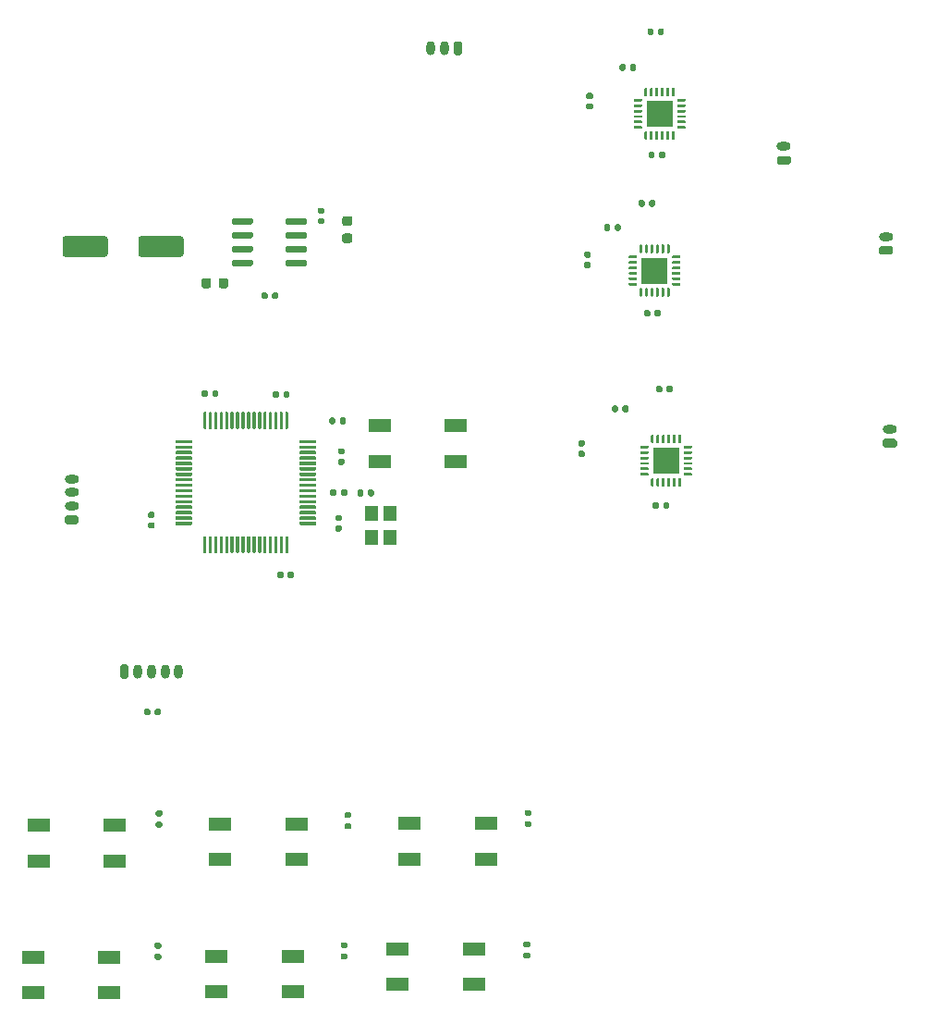
<source format=gbr>
%TF.GenerationSoftware,KiCad,Pcbnew,(5.1.10)-1*%
%TF.CreationDate,2021-07-23T15:11:29+09:00*%
%TF.ProjectId,ZeroGravity,5a65726f-4772-4617-9669-74792e6b6963,rev?*%
%TF.SameCoordinates,Original*%
%TF.FileFunction,Soldermask,Top*%
%TF.FilePolarity,Negative*%
%FSLAX46Y46*%
G04 Gerber Fmt 4.6, Leading zero omitted, Abs format (unit mm)*
G04 Created by KiCad (PCBNEW (5.1.10)-1) date 2021-07-23 15:11:29*
%MOMM*%
%LPD*%
G01*
G04 APERTURE LIST*
%ADD10R,2.000000X1.250000*%
%ADD11O,1.300000X0.800000*%
%ADD12O,0.800000X1.300000*%
%ADD13R,2.450000X2.450000*%
%ADD14R,1.200000X1.400000*%
G04 APERTURE END LIST*
%TO.C,C21*%
G36*
G01*
X127370000Y-103420000D02*
X127030000Y-103420000D01*
G75*
G02*
X126890000Y-103280000I0J140000D01*
G01*
X126890000Y-103000000D01*
G75*
G02*
X127030000Y-102860000I140000J0D01*
G01*
X127370000Y-102860000D01*
G75*
G02*
X127510000Y-103000000I0J-140000D01*
G01*
X127510000Y-103280000D01*
G75*
G02*
X127370000Y-103420000I-140000J0D01*
G01*
G37*
G36*
G01*
X127370000Y-104380000D02*
X127030000Y-104380000D01*
G75*
G02*
X126890000Y-104240000I0J140000D01*
G01*
X126890000Y-103960000D01*
G75*
G02*
X127030000Y-103820000I140000J0D01*
G01*
X127370000Y-103820000D01*
G75*
G02*
X127510000Y-103960000I0J-140000D01*
G01*
X127510000Y-104240000D01*
G75*
G02*
X127370000Y-104380000I-140000J0D01*
G01*
G37*
%TD*%
%TO.C,C8*%
G36*
G01*
X149280000Y-96040000D02*
X149620000Y-96040000D01*
G75*
G02*
X149760000Y-96180000I0J-140000D01*
G01*
X149760000Y-96460000D01*
G75*
G02*
X149620000Y-96600000I-140000J0D01*
G01*
X149280000Y-96600000D01*
G75*
G02*
X149140000Y-96460000I0J140000D01*
G01*
X149140000Y-96180000D01*
G75*
G02*
X149280000Y-96040000I140000J0D01*
G01*
G37*
G36*
G01*
X149280000Y-97000000D02*
X149620000Y-97000000D01*
G75*
G02*
X149760000Y-97140000I0J-140000D01*
G01*
X149760000Y-97420000D01*
G75*
G02*
X149620000Y-97560000I-140000J0D01*
G01*
X149280000Y-97560000D01*
G75*
G02*
X149140000Y-97420000I0J140000D01*
G01*
X149140000Y-97140000D01*
G75*
G02*
X149280000Y-97000000I140000J0D01*
G01*
G37*
%TD*%
%TO.C,R3*%
G36*
G01*
X128235000Y-130610000D02*
X127865000Y-130610000D01*
G75*
G02*
X127730000Y-130475000I0J135000D01*
G01*
X127730000Y-130205000D01*
G75*
G02*
X127865000Y-130070000I135000J0D01*
G01*
X128235000Y-130070000D01*
G75*
G02*
X128370000Y-130205000I0J-135000D01*
G01*
X128370000Y-130475000D01*
G75*
G02*
X128235000Y-130610000I-135000J0D01*
G01*
G37*
G36*
G01*
X128235000Y-131630000D02*
X127865000Y-131630000D01*
G75*
G02*
X127730000Y-131495000I0J135000D01*
G01*
X127730000Y-131225000D01*
G75*
G02*
X127865000Y-131090000I135000J0D01*
G01*
X128235000Y-131090000D01*
G75*
G02*
X128370000Y-131225000I0J-135000D01*
G01*
X128370000Y-131495000D01*
G75*
G02*
X128235000Y-131630000I-135000J0D01*
G01*
G37*
%TD*%
D10*
%TO.C,SW1*%
X99700000Y-131275000D03*
X106700000Y-131275000D03*
X99700000Y-134525000D03*
X106700000Y-134525000D03*
%TD*%
%TO.C,SW3*%
X116350000Y-131150000D03*
X123350000Y-131150000D03*
X116350000Y-134400000D03*
X123350000Y-134400000D03*
%TD*%
%TO.C,C23*%
G36*
G01*
X127280000Y-96760000D02*
X127620000Y-96760000D01*
G75*
G02*
X127760000Y-96900000I0J-140000D01*
G01*
X127760000Y-97180000D01*
G75*
G02*
X127620000Y-97320000I-140000J0D01*
G01*
X127280000Y-97320000D01*
G75*
G02*
X127140000Y-97180000I0J140000D01*
G01*
X127140000Y-96900000D01*
G75*
G02*
X127280000Y-96760000I140000J0D01*
G01*
G37*
G36*
G01*
X127280000Y-97720000D02*
X127620000Y-97720000D01*
G75*
G02*
X127760000Y-97860000I0J-140000D01*
G01*
X127760000Y-98140000D01*
G75*
G02*
X127620000Y-98280000I-140000J0D01*
G01*
X127280000Y-98280000D01*
G75*
G02*
X127140000Y-98140000I0J140000D01*
G01*
X127140000Y-97860000D01*
G75*
G02*
X127280000Y-97720000I140000J0D01*
G01*
G37*
%TD*%
%TO.C,SW6*%
X139600000Y-145825000D03*
X132600000Y-145825000D03*
X139600000Y-142575000D03*
X132600000Y-142575000D03*
%TD*%
%TO.C,TC1*%
G36*
G01*
X113000000Y-77600000D02*
X113000000Y-79000000D01*
G75*
G02*
X112750000Y-79250000I-250000J0D01*
G01*
X109100000Y-79250000D01*
G75*
G02*
X108850000Y-79000000I0J250000D01*
G01*
X108850000Y-77600000D01*
G75*
G02*
X109100000Y-77350000I250000J0D01*
G01*
X112750000Y-77350000D01*
G75*
G02*
X113000000Y-77600000I0J-250000D01*
G01*
G37*
G36*
G01*
X106050000Y-77600000D02*
X106050000Y-79000000D01*
G75*
G02*
X105800000Y-79250000I-250000J0D01*
G01*
X102150000Y-79250000D01*
G75*
G02*
X101900000Y-79000000I0J250000D01*
G01*
X101900000Y-77600000D01*
G75*
G02*
X102150000Y-77350000I250000J0D01*
G01*
X105800000Y-77350000D01*
G75*
G02*
X106050000Y-77600000I0J-250000D01*
G01*
G37*
%TD*%
%TO.C,C14*%
G36*
G01*
X157810000Y-91180000D02*
X157810000Y-91520000D01*
G75*
G02*
X157670000Y-91660000I-140000J0D01*
G01*
X157390000Y-91660000D01*
G75*
G02*
X157250000Y-91520000I0J140000D01*
G01*
X157250000Y-91180000D01*
G75*
G02*
X157390000Y-91040000I140000J0D01*
G01*
X157670000Y-91040000D01*
G75*
G02*
X157810000Y-91180000I0J-140000D01*
G01*
G37*
G36*
G01*
X156850000Y-91180000D02*
X156850000Y-91520000D01*
G75*
G02*
X156710000Y-91660000I-140000J0D01*
G01*
X156430000Y-91660000D01*
G75*
G02*
X156290000Y-91520000I0J140000D01*
G01*
X156290000Y-91180000D01*
G75*
G02*
X156430000Y-91040000I140000J0D01*
G01*
X156710000Y-91040000D01*
G75*
G02*
X156850000Y-91180000I0J-140000D01*
G01*
G37*
%TD*%
%TO.C,C20*%
G36*
G01*
X125770000Y-76260000D02*
X125430000Y-76260000D01*
G75*
G02*
X125290000Y-76120000I0J140000D01*
G01*
X125290000Y-75840000D01*
G75*
G02*
X125430000Y-75700000I140000J0D01*
G01*
X125770000Y-75700000D01*
G75*
G02*
X125910000Y-75840000I0J-140000D01*
G01*
X125910000Y-76120000D01*
G75*
G02*
X125770000Y-76260000I-140000J0D01*
G01*
G37*
G36*
G01*
X125770000Y-75300000D02*
X125430000Y-75300000D01*
G75*
G02*
X125290000Y-75160000I0J140000D01*
G01*
X125290000Y-74880000D01*
G75*
G02*
X125430000Y-74740000I140000J0D01*
G01*
X125770000Y-74740000D01*
G75*
G02*
X125910000Y-74880000I0J-140000D01*
G01*
X125910000Y-75160000D01*
G75*
G02*
X125770000Y-75300000I-140000J0D01*
G01*
G37*
%TD*%
%TO.C,C4*%
G36*
G01*
X122550000Y-108520000D02*
X122550000Y-108180000D01*
G75*
G02*
X122690000Y-108040000I140000J0D01*
G01*
X122970000Y-108040000D01*
G75*
G02*
X123110000Y-108180000I0J-140000D01*
G01*
X123110000Y-108520000D01*
G75*
G02*
X122970000Y-108660000I-140000J0D01*
G01*
X122690000Y-108660000D01*
G75*
G02*
X122550000Y-108520000I0J140000D01*
G01*
G37*
G36*
G01*
X121590000Y-108520000D02*
X121590000Y-108180000D01*
G75*
G02*
X121730000Y-108040000I140000J0D01*
G01*
X122010000Y-108040000D01*
G75*
G02*
X122150000Y-108180000I0J-140000D01*
G01*
X122150000Y-108520000D01*
G75*
G02*
X122010000Y-108660000I-140000J0D01*
G01*
X121730000Y-108660000D01*
G75*
G02*
X121590000Y-108520000I0J140000D01*
G01*
G37*
%TD*%
%TO.C,C10*%
G36*
G01*
X151540000Y-76720000D02*
X151540000Y-76380000D01*
G75*
G02*
X151680000Y-76240000I140000J0D01*
G01*
X151960000Y-76240000D01*
G75*
G02*
X152100000Y-76380000I0J-140000D01*
G01*
X152100000Y-76720000D01*
G75*
G02*
X151960000Y-76860000I-140000J0D01*
G01*
X151680000Y-76860000D01*
G75*
G02*
X151540000Y-76720000I0J140000D01*
G01*
G37*
G36*
G01*
X152500000Y-76720000D02*
X152500000Y-76380000D01*
G75*
G02*
X152640000Y-76240000I140000J0D01*
G01*
X152920000Y-76240000D01*
G75*
G02*
X153060000Y-76380000I0J-140000D01*
G01*
X153060000Y-76720000D01*
G75*
G02*
X152920000Y-76860000I-140000J0D01*
G01*
X152640000Y-76860000D01*
G75*
G02*
X152500000Y-76720000I0J140000D01*
G01*
G37*
%TD*%
%TO.C,C19*%
G36*
G01*
X120700000Y-82630000D02*
X120700000Y-82970000D01*
G75*
G02*
X120560000Y-83110000I-140000J0D01*
G01*
X120280000Y-83110000D01*
G75*
G02*
X120140000Y-82970000I0J140000D01*
G01*
X120140000Y-82630000D01*
G75*
G02*
X120280000Y-82490000I140000J0D01*
G01*
X120560000Y-82490000D01*
G75*
G02*
X120700000Y-82630000I0J-140000D01*
G01*
G37*
G36*
G01*
X121660000Y-82630000D02*
X121660000Y-82970000D01*
G75*
G02*
X121520000Y-83110000I-140000J0D01*
G01*
X121240000Y-83110000D01*
G75*
G02*
X121100000Y-82970000I0J140000D01*
G01*
X121100000Y-82630000D01*
G75*
G02*
X121240000Y-82490000I140000J0D01*
G01*
X121520000Y-82490000D01*
G75*
G02*
X121660000Y-82630000I0J-140000D01*
G01*
G37*
%TD*%
%TO.C,J4*%
G36*
G01*
X103200000Y-103700000D02*
X102300000Y-103700000D01*
G75*
G02*
X102100000Y-103500000I0J200000D01*
G01*
X102100000Y-103100000D01*
G75*
G02*
X102300000Y-102900000I200000J0D01*
G01*
X103200000Y-102900000D01*
G75*
G02*
X103400000Y-103100000I0J-200000D01*
G01*
X103400000Y-103500000D01*
G75*
G02*
X103200000Y-103700000I-200000J0D01*
G01*
G37*
D11*
X102750000Y-102050000D03*
X102750000Y-100800000D03*
X102750000Y-99550000D03*
%TD*%
%TO.C,J5*%
G36*
G01*
X107150000Y-117650000D02*
X107150000Y-116750000D01*
G75*
G02*
X107350000Y-116550000I200000J0D01*
G01*
X107750000Y-116550000D01*
G75*
G02*
X107950000Y-116750000I0J-200000D01*
G01*
X107950000Y-117650000D01*
G75*
G02*
X107750000Y-117850000I-200000J0D01*
G01*
X107350000Y-117850000D01*
G75*
G02*
X107150000Y-117650000I0J200000D01*
G01*
G37*
D12*
X108800000Y-117200000D03*
X110050000Y-117200000D03*
X111300000Y-117200000D03*
X112550000Y-117200000D03*
%TD*%
%TO.C,J6*%
G36*
G01*
X138550000Y-59700000D02*
X138550000Y-60600000D01*
G75*
G02*
X138350000Y-60800000I-200000J0D01*
G01*
X137950000Y-60800000D01*
G75*
G02*
X137750000Y-60600000I0J200000D01*
G01*
X137750000Y-59700000D01*
G75*
G02*
X137950000Y-59500000I200000J0D01*
G01*
X138350000Y-59500000D01*
G75*
G02*
X138550000Y-59700000I0J-200000D01*
G01*
G37*
X136900000Y-60150000D03*
X135650000Y-60150000D03*
%TD*%
%TO.C,L1*%
G36*
G01*
X127743750Y-75525000D02*
X128256250Y-75525000D01*
G75*
G02*
X128475000Y-75743750I0J-218750D01*
G01*
X128475000Y-76181250D01*
G75*
G02*
X128256250Y-76400000I-218750J0D01*
G01*
X127743750Y-76400000D01*
G75*
G02*
X127525000Y-76181250I0J218750D01*
G01*
X127525000Y-75743750D01*
G75*
G02*
X127743750Y-75525000I218750J0D01*
G01*
G37*
G36*
G01*
X127743750Y-77100000D02*
X128256250Y-77100000D01*
G75*
G02*
X128475000Y-77318750I0J-218750D01*
G01*
X128475000Y-77756250D01*
G75*
G02*
X128256250Y-77975000I-218750J0D01*
G01*
X127743750Y-77975000D01*
G75*
G02*
X127525000Y-77756250I0J218750D01*
G01*
X127525000Y-77318750D01*
G75*
G02*
X127743750Y-77100000I218750J0D01*
G01*
G37*
%TD*%
%TO.C,C22*%
G36*
G01*
X130430000Y-100680000D02*
X130430000Y-101020000D01*
G75*
G02*
X130290000Y-101160000I-140000J0D01*
G01*
X130010000Y-101160000D01*
G75*
G02*
X129870000Y-101020000I0J140000D01*
G01*
X129870000Y-100680000D01*
G75*
G02*
X130010000Y-100540000I140000J0D01*
G01*
X130290000Y-100540000D01*
G75*
G02*
X130430000Y-100680000I0J-140000D01*
G01*
G37*
G36*
G01*
X129470000Y-100680000D02*
X129470000Y-101020000D01*
G75*
G02*
X129330000Y-101160000I-140000J0D01*
G01*
X129050000Y-101160000D01*
G75*
G02*
X128910000Y-101020000I0J140000D01*
G01*
X128910000Y-100680000D01*
G75*
G02*
X129050000Y-100540000I140000J0D01*
G01*
X129330000Y-100540000D01*
G75*
G02*
X129470000Y-100680000I0J-140000D01*
G01*
G37*
%TD*%
%TO.C,C24*%
G36*
G01*
X127860000Y-94080000D02*
X127860000Y-94420000D01*
G75*
G02*
X127720000Y-94560000I-140000J0D01*
G01*
X127440000Y-94560000D01*
G75*
G02*
X127300000Y-94420000I0J140000D01*
G01*
X127300000Y-94080000D01*
G75*
G02*
X127440000Y-93940000I140000J0D01*
G01*
X127720000Y-93940000D01*
G75*
G02*
X127860000Y-94080000I0J-140000D01*
G01*
G37*
G36*
G01*
X126900000Y-94080000D02*
X126900000Y-94420000D01*
G75*
G02*
X126760000Y-94560000I-140000J0D01*
G01*
X126480000Y-94560000D01*
G75*
G02*
X126340000Y-94420000I0J140000D01*
G01*
X126340000Y-94080000D01*
G75*
G02*
X126480000Y-93940000I140000J0D01*
G01*
X126760000Y-93940000D01*
G75*
G02*
X126900000Y-94080000I0J-140000D01*
G01*
G37*
%TD*%
%TO.C,C7*%
G36*
G01*
X149830000Y-78760000D02*
X150170000Y-78760000D01*
G75*
G02*
X150310000Y-78900000I0J-140000D01*
G01*
X150310000Y-79180000D01*
G75*
G02*
X150170000Y-79320000I-140000J0D01*
G01*
X149830000Y-79320000D01*
G75*
G02*
X149690000Y-79180000I0J140000D01*
G01*
X149690000Y-78900000D01*
G75*
G02*
X149830000Y-78760000I140000J0D01*
G01*
G37*
G36*
G01*
X149830000Y-79720000D02*
X150170000Y-79720000D01*
G75*
G02*
X150310000Y-79860000I0J-140000D01*
G01*
X150310000Y-80140000D01*
G75*
G02*
X150170000Y-80280000I-140000J0D01*
G01*
X149830000Y-80280000D01*
G75*
G02*
X149690000Y-80140000I0J140000D01*
G01*
X149690000Y-79860000D01*
G75*
G02*
X149830000Y-79720000I140000J0D01*
G01*
G37*
%TD*%
%TO.C,D1*%
G36*
G01*
X114637500Y-81906250D02*
X114637500Y-81393750D01*
G75*
G02*
X114856250Y-81175000I218750J0D01*
G01*
X115293750Y-81175000D01*
G75*
G02*
X115512500Y-81393750I0J-218750D01*
G01*
X115512500Y-81906250D01*
G75*
G02*
X115293750Y-82125000I-218750J0D01*
G01*
X114856250Y-82125000D01*
G75*
G02*
X114637500Y-81906250I0J218750D01*
G01*
G37*
G36*
G01*
X116212500Y-81906250D02*
X116212500Y-81393750D01*
G75*
G02*
X116431250Y-81175000I218750J0D01*
G01*
X116868750Y-81175000D01*
G75*
G02*
X117087500Y-81393750I0J-218750D01*
G01*
X117087500Y-81906250D01*
G75*
G02*
X116868750Y-82125000I-218750J0D01*
G01*
X116431250Y-82125000D01*
G75*
G02*
X116212500Y-81906250I0J218750D01*
G01*
G37*
%TD*%
%TO.C,C6*%
G36*
G01*
X150030000Y-65200000D02*
X150370000Y-65200000D01*
G75*
G02*
X150510000Y-65340000I0J-140000D01*
G01*
X150510000Y-65620000D01*
G75*
G02*
X150370000Y-65760000I-140000J0D01*
G01*
X150030000Y-65760000D01*
G75*
G02*
X149890000Y-65620000I0J140000D01*
G01*
X149890000Y-65340000D01*
G75*
G02*
X150030000Y-65200000I140000J0D01*
G01*
G37*
G36*
G01*
X150030000Y-64240000D02*
X150370000Y-64240000D01*
G75*
G02*
X150510000Y-64380000I0J-140000D01*
G01*
X150510000Y-64660000D01*
G75*
G02*
X150370000Y-64800000I-140000J0D01*
G01*
X150030000Y-64800000D01*
G75*
G02*
X149890000Y-64660000I0J140000D01*
G01*
X149890000Y-64380000D01*
G75*
G02*
X150030000Y-64240000I140000J0D01*
G01*
G37*
%TD*%
D11*
%TO.C,J2*%
X177350000Y-77400000D03*
G36*
G01*
X177800000Y-79050000D02*
X176900000Y-79050000D01*
G75*
G02*
X176700000Y-78850000I0J200000D01*
G01*
X176700000Y-78450000D01*
G75*
G02*
X176900000Y-78250000I200000J0D01*
G01*
X177800000Y-78250000D01*
G75*
G02*
X178000000Y-78450000I0J-200000D01*
G01*
X178000000Y-78850000D01*
G75*
G02*
X177800000Y-79050000I-200000J0D01*
G01*
G37*
%TD*%
%TO.C,C13*%
G36*
G01*
X156210000Y-74180000D02*
X156210000Y-74520000D01*
G75*
G02*
X156070000Y-74660000I-140000J0D01*
G01*
X155790000Y-74660000D01*
G75*
G02*
X155650000Y-74520000I0J140000D01*
G01*
X155650000Y-74180000D01*
G75*
G02*
X155790000Y-74040000I140000J0D01*
G01*
X156070000Y-74040000D01*
G75*
G02*
X156210000Y-74180000I0J-140000D01*
G01*
G37*
G36*
G01*
X155250000Y-74180000D02*
X155250000Y-74520000D01*
G75*
G02*
X155110000Y-74660000I-140000J0D01*
G01*
X154830000Y-74660000D01*
G75*
G02*
X154690000Y-74520000I0J140000D01*
G01*
X154690000Y-74180000D01*
G75*
G02*
X154830000Y-74040000I140000J0D01*
G01*
X155110000Y-74040000D01*
G75*
G02*
X155250000Y-74180000I0J-140000D01*
G01*
G37*
%TD*%
%TO.C,C15*%
G36*
G01*
X157110000Y-69730000D02*
X157110000Y-70070000D01*
G75*
G02*
X156970000Y-70210000I-140000J0D01*
G01*
X156690000Y-70210000D01*
G75*
G02*
X156550000Y-70070000I0J140000D01*
G01*
X156550000Y-69730000D01*
G75*
G02*
X156690000Y-69590000I140000J0D01*
G01*
X156970000Y-69590000D01*
G75*
G02*
X157110000Y-69730000I0J-140000D01*
G01*
G37*
G36*
G01*
X156150000Y-69730000D02*
X156150000Y-70070000D01*
G75*
G02*
X156010000Y-70210000I-140000J0D01*
G01*
X155730000Y-70210000D01*
G75*
G02*
X155590000Y-70070000I0J140000D01*
G01*
X155590000Y-69730000D01*
G75*
G02*
X155730000Y-69590000I140000J0D01*
G01*
X156010000Y-69590000D01*
G75*
G02*
X156150000Y-69730000I0J-140000D01*
G01*
G37*
%TD*%
%TO.C,C17*%
G36*
G01*
X156550000Y-101830000D02*
X156550000Y-102170000D01*
G75*
G02*
X156410000Y-102310000I-140000J0D01*
G01*
X156130000Y-102310000D01*
G75*
G02*
X155990000Y-102170000I0J140000D01*
G01*
X155990000Y-101830000D01*
G75*
G02*
X156130000Y-101690000I140000J0D01*
G01*
X156410000Y-101690000D01*
G75*
G02*
X156550000Y-101830000I0J-140000D01*
G01*
G37*
G36*
G01*
X157510000Y-101830000D02*
X157510000Y-102170000D01*
G75*
G02*
X157370000Y-102310000I-140000J0D01*
G01*
X157090000Y-102310000D01*
G75*
G02*
X156950000Y-102170000I0J140000D01*
G01*
X156950000Y-101830000D01*
G75*
G02*
X157090000Y-101690000I140000J0D01*
G01*
X157370000Y-101690000D01*
G75*
G02*
X157510000Y-101830000I0J-140000D01*
G01*
G37*
%TD*%
%TO.C,R1*%
G36*
G01*
X110935000Y-130460000D02*
X110565000Y-130460000D01*
G75*
G02*
X110430000Y-130325000I0J135000D01*
G01*
X110430000Y-130055000D01*
G75*
G02*
X110565000Y-129920000I135000J0D01*
G01*
X110935000Y-129920000D01*
G75*
G02*
X111070000Y-130055000I0J-135000D01*
G01*
X111070000Y-130325000D01*
G75*
G02*
X110935000Y-130460000I-135000J0D01*
G01*
G37*
G36*
G01*
X110935000Y-131480000D02*
X110565000Y-131480000D01*
G75*
G02*
X110430000Y-131345000I0J135000D01*
G01*
X110430000Y-131075000D01*
G75*
G02*
X110565000Y-130940000I135000J0D01*
G01*
X110935000Y-130940000D01*
G75*
G02*
X111070000Y-131075000I0J-135000D01*
G01*
X111070000Y-131345000D01*
G75*
G02*
X110935000Y-131480000I-135000J0D01*
G01*
G37*
%TD*%
%TO.C,C9*%
G36*
G01*
X152940000Y-62070000D02*
X152940000Y-61730000D01*
G75*
G02*
X153080000Y-61590000I140000J0D01*
G01*
X153360000Y-61590000D01*
G75*
G02*
X153500000Y-61730000I0J-140000D01*
G01*
X153500000Y-62070000D01*
G75*
G02*
X153360000Y-62210000I-140000J0D01*
G01*
X153080000Y-62210000D01*
G75*
G02*
X152940000Y-62070000I0J140000D01*
G01*
G37*
G36*
G01*
X153900000Y-62070000D02*
X153900000Y-61730000D01*
G75*
G02*
X154040000Y-61590000I140000J0D01*
G01*
X154320000Y-61590000D01*
G75*
G02*
X154460000Y-61730000I0J-140000D01*
G01*
X154460000Y-62070000D01*
G75*
G02*
X154320000Y-62210000I-140000J0D01*
G01*
X154040000Y-62210000D01*
G75*
G02*
X153900000Y-62070000I0J140000D01*
G01*
G37*
%TD*%
%TO.C,C5*%
G36*
G01*
X110350000Y-121070000D02*
X110350000Y-120730000D01*
G75*
G02*
X110490000Y-120590000I140000J0D01*
G01*
X110770000Y-120590000D01*
G75*
G02*
X110910000Y-120730000I0J-140000D01*
G01*
X110910000Y-121070000D01*
G75*
G02*
X110770000Y-121210000I-140000J0D01*
G01*
X110490000Y-121210000D01*
G75*
G02*
X110350000Y-121070000I0J140000D01*
G01*
G37*
G36*
G01*
X109390000Y-121070000D02*
X109390000Y-120730000D01*
G75*
G02*
X109530000Y-120590000I140000J0D01*
G01*
X109810000Y-120590000D01*
G75*
G02*
X109950000Y-120730000I0J-140000D01*
G01*
X109950000Y-121070000D01*
G75*
G02*
X109810000Y-121210000I-140000J0D01*
G01*
X109530000Y-121210000D01*
G75*
G02*
X109390000Y-121070000I0J140000D01*
G01*
G37*
%TD*%
%TO.C,C12*%
G36*
G01*
X156050000Y-58480000D02*
X156050000Y-58820000D01*
G75*
G02*
X155910000Y-58960000I-140000J0D01*
G01*
X155630000Y-58960000D01*
G75*
G02*
X155490000Y-58820000I0J140000D01*
G01*
X155490000Y-58480000D01*
G75*
G02*
X155630000Y-58340000I140000J0D01*
G01*
X155910000Y-58340000D01*
G75*
G02*
X156050000Y-58480000I0J-140000D01*
G01*
G37*
G36*
G01*
X157010000Y-58480000D02*
X157010000Y-58820000D01*
G75*
G02*
X156870000Y-58960000I-140000J0D01*
G01*
X156590000Y-58960000D01*
G75*
G02*
X156450000Y-58820000I0J140000D01*
G01*
X156450000Y-58480000D01*
G75*
G02*
X156590000Y-58340000I140000J0D01*
G01*
X156870000Y-58340000D01*
G75*
G02*
X157010000Y-58480000I0J-140000D01*
G01*
G37*
%TD*%
%TO.C,J3*%
G36*
G01*
X178150000Y-96700000D02*
X177250000Y-96700000D01*
G75*
G02*
X177050000Y-96500000I0J200000D01*
G01*
X177050000Y-96100000D01*
G75*
G02*
X177250000Y-95900000I200000J0D01*
G01*
X178150000Y-95900000D01*
G75*
G02*
X178350000Y-96100000I0J-200000D01*
G01*
X178350000Y-96500000D01*
G75*
G02*
X178150000Y-96700000I-200000J0D01*
G01*
G37*
X177700000Y-95050000D03*
%TD*%
%TO.C,R4*%
G36*
G01*
X127885000Y-143540000D02*
X127515000Y-143540000D01*
G75*
G02*
X127380000Y-143405000I0J135000D01*
G01*
X127380000Y-143135000D01*
G75*
G02*
X127515000Y-143000000I135000J0D01*
G01*
X127885000Y-143000000D01*
G75*
G02*
X128020000Y-143135000I0J-135000D01*
G01*
X128020000Y-143405000D01*
G75*
G02*
X127885000Y-143540000I-135000J0D01*
G01*
G37*
G36*
G01*
X127885000Y-142520000D02*
X127515000Y-142520000D01*
G75*
G02*
X127380000Y-142385000I0J135000D01*
G01*
X127380000Y-142115000D01*
G75*
G02*
X127515000Y-141980000I135000J0D01*
G01*
X127885000Y-141980000D01*
G75*
G02*
X128020000Y-142115000I0J-135000D01*
G01*
X128020000Y-142385000D01*
G75*
G02*
X127885000Y-142520000I-135000J0D01*
G01*
G37*
%TD*%
%TO.C,J1*%
G36*
G01*
X168450000Y-70800000D02*
X167550000Y-70800000D01*
G75*
G02*
X167350000Y-70600000I0J200000D01*
G01*
X167350000Y-70200000D01*
G75*
G02*
X167550000Y-70000000I200000J0D01*
G01*
X168450000Y-70000000D01*
G75*
G02*
X168650000Y-70200000I0J-200000D01*
G01*
X168650000Y-70600000D01*
G75*
G02*
X168450000Y-70800000I-200000J0D01*
G01*
G37*
X168000000Y-69150000D03*
%TD*%
%TO.C,C11*%
G36*
G01*
X153200000Y-93320000D02*
X153200000Y-92980000D01*
G75*
G02*
X153340000Y-92840000I140000J0D01*
G01*
X153620000Y-92840000D01*
G75*
G02*
X153760000Y-92980000I0J-140000D01*
G01*
X153760000Y-93320000D01*
G75*
G02*
X153620000Y-93460000I-140000J0D01*
G01*
X153340000Y-93460000D01*
G75*
G02*
X153200000Y-93320000I0J140000D01*
G01*
G37*
G36*
G01*
X152240000Y-93320000D02*
X152240000Y-92980000D01*
G75*
G02*
X152380000Y-92840000I140000J0D01*
G01*
X152660000Y-92840000D01*
G75*
G02*
X152800000Y-92980000I0J-140000D01*
G01*
X152800000Y-93320000D01*
G75*
G02*
X152660000Y-93460000I-140000J0D01*
G01*
X152380000Y-93460000D01*
G75*
G02*
X152240000Y-93320000I0J140000D01*
G01*
G37*
%TD*%
%TO.C,R2*%
G36*
G01*
X110835000Y-143580000D02*
X110465000Y-143580000D01*
G75*
G02*
X110330000Y-143445000I0J135000D01*
G01*
X110330000Y-143175000D01*
G75*
G02*
X110465000Y-143040000I135000J0D01*
G01*
X110835000Y-143040000D01*
G75*
G02*
X110970000Y-143175000I0J-135000D01*
G01*
X110970000Y-143445000D01*
G75*
G02*
X110835000Y-143580000I-135000J0D01*
G01*
G37*
G36*
G01*
X110835000Y-142560000D02*
X110465000Y-142560000D01*
G75*
G02*
X110330000Y-142425000I0J135000D01*
G01*
X110330000Y-142155000D01*
G75*
G02*
X110465000Y-142020000I135000J0D01*
G01*
X110835000Y-142020000D01*
G75*
G02*
X110970000Y-142155000I0J-135000D01*
G01*
X110970000Y-142425000D01*
G75*
G02*
X110835000Y-142560000I-135000J0D01*
G01*
G37*
%TD*%
%TO.C,C16*%
G36*
G01*
X155750000Y-84230000D02*
X155750000Y-84570000D01*
G75*
G02*
X155610000Y-84710000I-140000J0D01*
G01*
X155330000Y-84710000D01*
G75*
G02*
X155190000Y-84570000I0J140000D01*
G01*
X155190000Y-84230000D01*
G75*
G02*
X155330000Y-84090000I140000J0D01*
G01*
X155610000Y-84090000D01*
G75*
G02*
X155750000Y-84230000I0J-140000D01*
G01*
G37*
G36*
G01*
X156710000Y-84230000D02*
X156710000Y-84570000D01*
G75*
G02*
X156570000Y-84710000I-140000J0D01*
G01*
X156290000Y-84710000D01*
G75*
G02*
X156150000Y-84570000I0J140000D01*
G01*
X156150000Y-84230000D01*
G75*
G02*
X156290000Y-84090000I140000J0D01*
G01*
X156570000Y-84090000D01*
G75*
G02*
X156710000Y-84230000I0J-140000D01*
G01*
G37*
%TD*%
%TO.C,R5*%
G36*
G01*
X144735000Y-130410000D02*
X144365000Y-130410000D01*
G75*
G02*
X144230000Y-130275000I0J135000D01*
G01*
X144230000Y-130005000D01*
G75*
G02*
X144365000Y-129870000I135000J0D01*
G01*
X144735000Y-129870000D01*
G75*
G02*
X144870000Y-130005000I0J-135000D01*
G01*
X144870000Y-130275000D01*
G75*
G02*
X144735000Y-130410000I-135000J0D01*
G01*
G37*
G36*
G01*
X144735000Y-131430000D02*
X144365000Y-131430000D01*
G75*
G02*
X144230000Y-131295000I0J135000D01*
G01*
X144230000Y-131025000D01*
G75*
G02*
X144365000Y-130890000I135000J0D01*
G01*
X144735000Y-130890000D01*
G75*
G02*
X144870000Y-131025000I0J-135000D01*
G01*
X144870000Y-131295000D01*
G75*
G02*
X144735000Y-131430000I-135000J0D01*
G01*
G37*
%TD*%
%TO.C,R6*%
G36*
G01*
X144635000Y-143480000D02*
X144265000Y-143480000D01*
G75*
G02*
X144130000Y-143345000I0J135000D01*
G01*
X144130000Y-143075000D01*
G75*
G02*
X144265000Y-142940000I135000J0D01*
G01*
X144635000Y-142940000D01*
G75*
G02*
X144770000Y-143075000I0J-135000D01*
G01*
X144770000Y-143345000D01*
G75*
G02*
X144635000Y-143480000I-135000J0D01*
G01*
G37*
G36*
G01*
X144635000Y-142460000D02*
X144265000Y-142460000D01*
G75*
G02*
X144130000Y-142325000I0J135000D01*
G01*
X144130000Y-142055000D01*
G75*
G02*
X144265000Y-141920000I135000J0D01*
G01*
X144635000Y-141920000D01*
G75*
G02*
X144770000Y-142055000I0J-135000D01*
G01*
X144770000Y-142325000D01*
G75*
G02*
X144635000Y-142460000I-135000J0D01*
G01*
G37*
%TD*%
%TO.C,R7*%
G36*
G01*
X127980000Y-100615000D02*
X127980000Y-100985000D01*
G75*
G02*
X127845000Y-101120000I-135000J0D01*
G01*
X127575000Y-101120000D01*
G75*
G02*
X127440000Y-100985000I0J135000D01*
G01*
X127440000Y-100615000D01*
G75*
G02*
X127575000Y-100480000I135000J0D01*
G01*
X127845000Y-100480000D01*
G75*
G02*
X127980000Y-100615000I0J-135000D01*
G01*
G37*
G36*
G01*
X126960000Y-100615000D02*
X126960000Y-100985000D01*
G75*
G02*
X126825000Y-101120000I-135000J0D01*
G01*
X126555000Y-101120000D01*
G75*
G02*
X126420000Y-100985000I0J135000D01*
G01*
X126420000Y-100615000D01*
G75*
G02*
X126555000Y-100480000I135000J0D01*
G01*
X126825000Y-100480000D01*
G75*
G02*
X126960000Y-100615000I0J-135000D01*
G01*
G37*
%TD*%
D10*
%TO.C,SW2*%
X106200000Y-146600000D03*
X99200000Y-146600000D03*
X106200000Y-143350000D03*
X99200000Y-143350000D03*
%TD*%
%TO.C,SW4*%
X123000000Y-146525000D03*
X116000000Y-146525000D03*
X123000000Y-143275000D03*
X116000000Y-143275000D03*
%TD*%
%TO.C,SW5*%
X133700000Y-131125000D03*
X140700000Y-131125000D03*
X133700000Y-134375000D03*
X140700000Y-134375000D03*
%TD*%
%TO.C,SW7*%
X137950000Y-97950000D03*
X130950000Y-97950000D03*
X137950000Y-94700000D03*
X130950000Y-94700000D03*
%TD*%
%TO.C,U1*%
G36*
G01*
X125150000Y-103575000D02*
X125150000Y-103725000D01*
G75*
G02*
X125075000Y-103800000I-75000J0D01*
G01*
X123675000Y-103800000D01*
G75*
G02*
X123600000Y-103725000I0J75000D01*
G01*
X123600000Y-103575000D01*
G75*
G02*
X123675000Y-103500000I75000J0D01*
G01*
X125075000Y-103500000D01*
G75*
G02*
X125150000Y-103575000I0J-75000D01*
G01*
G37*
G36*
G01*
X125150000Y-103075000D02*
X125150000Y-103225000D01*
G75*
G02*
X125075000Y-103300000I-75000J0D01*
G01*
X123675000Y-103300000D01*
G75*
G02*
X123600000Y-103225000I0J75000D01*
G01*
X123600000Y-103075000D01*
G75*
G02*
X123675000Y-103000000I75000J0D01*
G01*
X125075000Y-103000000D01*
G75*
G02*
X125150000Y-103075000I0J-75000D01*
G01*
G37*
G36*
G01*
X125150000Y-102575000D02*
X125150000Y-102725000D01*
G75*
G02*
X125075000Y-102800000I-75000J0D01*
G01*
X123675000Y-102800000D01*
G75*
G02*
X123600000Y-102725000I0J75000D01*
G01*
X123600000Y-102575000D01*
G75*
G02*
X123675000Y-102500000I75000J0D01*
G01*
X125075000Y-102500000D01*
G75*
G02*
X125150000Y-102575000I0J-75000D01*
G01*
G37*
G36*
G01*
X125150000Y-102075000D02*
X125150000Y-102225000D01*
G75*
G02*
X125075000Y-102300000I-75000J0D01*
G01*
X123675000Y-102300000D01*
G75*
G02*
X123600000Y-102225000I0J75000D01*
G01*
X123600000Y-102075000D01*
G75*
G02*
X123675000Y-102000000I75000J0D01*
G01*
X125075000Y-102000000D01*
G75*
G02*
X125150000Y-102075000I0J-75000D01*
G01*
G37*
G36*
G01*
X125150000Y-101575000D02*
X125150000Y-101725000D01*
G75*
G02*
X125075000Y-101800000I-75000J0D01*
G01*
X123675000Y-101800000D01*
G75*
G02*
X123600000Y-101725000I0J75000D01*
G01*
X123600000Y-101575000D01*
G75*
G02*
X123675000Y-101500000I75000J0D01*
G01*
X125075000Y-101500000D01*
G75*
G02*
X125150000Y-101575000I0J-75000D01*
G01*
G37*
G36*
G01*
X125150000Y-101075000D02*
X125150000Y-101225000D01*
G75*
G02*
X125075000Y-101300000I-75000J0D01*
G01*
X123675000Y-101300000D01*
G75*
G02*
X123600000Y-101225000I0J75000D01*
G01*
X123600000Y-101075000D01*
G75*
G02*
X123675000Y-101000000I75000J0D01*
G01*
X125075000Y-101000000D01*
G75*
G02*
X125150000Y-101075000I0J-75000D01*
G01*
G37*
G36*
G01*
X125150000Y-100575000D02*
X125150000Y-100725000D01*
G75*
G02*
X125075000Y-100800000I-75000J0D01*
G01*
X123675000Y-100800000D01*
G75*
G02*
X123600000Y-100725000I0J75000D01*
G01*
X123600000Y-100575000D01*
G75*
G02*
X123675000Y-100500000I75000J0D01*
G01*
X125075000Y-100500000D01*
G75*
G02*
X125150000Y-100575000I0J-75000D01*
G01*
G37*
G36*
G01*
X125150000Y-100075000D02*
X125150000Y-100225000D01*
G75*
G02*
X125075000Y-100300000I-75000J0D01*
G01*
X123675000Y-100300000D01*
G75*
G02*
X123600000Y-100225000I0J75000D01*
G01*
X123600000Y-100075000D01*
G75*
G02*
X123675000Y-100000000I75000J0D01*
G01*
X125075000Y-100000000D01*
G75*
G02*
X125150000Y-100075000I0J-75000D01*
G01*
G37*
G36*
G01*
X125150000Y-99575000D02*
X125150000Y-99725000D01*
G75*
G02*
X125075000Y-99800000I-75000J0D01*
G01*
X123675000Y-99800000D01*
G75*
G02*
X123600000Y-99725000I0J75000D01*
G01*
X123600000Y-99575000D01*
G75*
G02*
X123675000Y-99500000I75000J0D01*
G01*
X125075000Y-99500000D01*
G75*
G02*
X125150000Y-99575000I0J-75000D01*
G01*
G37*
G36*
G01*
X125150000Y-99075000D02*
X125150000Y-99225000D01*
G75*
G02*
X125075000Y-99300000I-75000J0D01*
G01*
X123675000Y-99300000D01*
G75*
G02*
X123600000Y-99225000I0J75000D01*
G01*
X123600000Y-99075000D01*
G75*
G02*
X123675000Y-99000000I75000J0D01*
G01*
X125075000Y-99000000D01*
G75*
G02*
X125150000Y-99075000I0J-75000D01*
G01*
G37*
G36*
G01*
X125150000Y-98575000D02*
X125150000Y-98725000D01*
G75*
G02*
X125075000Y-98800000I-75000J0D01*
G01*
X123675000Y-98800000D01*
G75*
G02*
X123600000Y-98725000I0J75000D01*
G01*
X123600000Y-98575000D01*
G75*
G02*
X123675000Y-98500000I75000J0D01*
G01*
X125075000Y-98500000D01*
G75*
G02*
X125150000Y-98575000I0J-75000D01*
G01*
G37*
G36*
G01*
X125150000Y-98075000D02*
X125150000Y-98225000D01*
G75*
G02*
X125075000Y-98300000I-75000J0D01*
G01*
X123675000Y-98300000D01*
G75*
G02*
X123600000Y-98225000I0J75000D01*
G01*
X123600000Y-98075000D01*
G75*
G02*
X123675000Y-98000000I75000J0D01*
G01*
X125075000Y-98000000D01*
G75*
G02*
X125150000Y-98075000I0J-75000D01*
G01*
G37*
G36*
G01*
X125150000Y-97575000D02*
X125150000Y-97725000D01*
G75*
G02*
X125075000Y-97800000I-75000J0D01*
G01*
X123675000Y-97800000D01*
G75*
G02*
X123600000Y-97725000I0J75000D01*
G01*
X123600000Y-97575000D01*
G75*
G02*
X123675000Y-97500000I75000J0D01*
G01*
X125075000Y-97500000D01*
G75*
G02*
X125150000Y-97575000I0J-75000D01*
G01*
G37*
G36*
G01*
X125150000Y-97075000D02*
X125150000Y-97225000D01*
G75*
G02*
X125075000Y-97300000I-75000J0D01*
G01*
X123675000Y-97300000D01*
G75*
G02*
X123600000Y-97225000I0J75000D01*
G01*
X123600000Y-97075000D01*
G75*
G02*
X123675000Y-97000000I75000J0D01*
G01*
X125075000Y-97000000D01*
G75*
G02*
X125150000Y-97075000I0J-75000D01*
G01*
G37*
G36*
G01*
X125150000Y-96575000D02*
X125150000Y-96725000D01*
G75*
G02*
X125075000Y-96800000I-75000J0D01*
G01*
X123675000Y-96800000D01*
G75*
G02*
X123600000Y-96725000I0J75000D01*
G01*
X123600000Y-96575000D01*
G75*
G02*
X123675000Y-96500000I75000J0D01*
G01*
X125075000Y-96500000D01*
G75*
G02*
X125150000Y-96575000I0J-75000D01*
G01*
G37*
G36*
G01*
X125150000Y-96075000D02*
X125150000Y-96225000D01*
G75*
G02*
X125075000Y-96300000I-75000J0D01*
G01*
X123675000Y-96300000D01*
G75*
G02*
X123600000Y-96225000I0J75000D01*
G01*
X123600000Y-96075000D01*
G75*
G02*
X123675000Y-96000000I75000J0D01*
G01*
X125075000Y-96000000D01*
G75*
G02*
X125150000Y-96075000I0J-75000D01*
G01*
G37*
G36*
G01*
X122600000Y-93525000D02*
X122600000Y-94925000D01*
G75*
G02*
X122525000Y-95000000I-75000J0D01*
G01*
X122375000Y-95000000D01*
G75*
G02*
X122300000Y-94925000I0J75000D01*
G01*
X122300000Y-93525000D01*
G75*
G02*
X122375000Y-93450000I75000J0D01*
G01*
X122525000Y-93450000D01*
G75*
G02*
X122600000Y-93525000I0J-75000D01*
G01*
G37*
G36*
G01*
X122100000Y-93525000D02*
X122100000Y-94925000D01*
G75*
G02*
X122025000Y-95000000I-75000J0D01*
G01*
X121875000Y-95000000D01*
G75*
G02*
X121800000Y-94925000I0J75000D01*
G01*
X121800000Y-93525000D01*
G75*
G02*
X121875000Y-93450000I75000J0D01*
G01*
X122025000Y-93450000D01*
G75*
G02*
X122100000Y-93525000I0J-75000D01*
G01*
G37*
G36*
G01*
X121600000Y-93525000D02*
X121600000Y-94925000D01*
G75*
G02*
X121525000Y-95000000I-75000J0D01*
G01*
X121375000Y-95000000D01*
G75*
G02*
X121300000Y-94925000I0J75000D01*
G01*
X121300000Y-93525000D01*
G75*
G02*
X121375000Y-93450000I75000J0D01*
G01*
X121525000Y-93450000D01*
G75*
G02*
X121600000Y-93525000I0J-75000D01*
G01*
G37*
G36*
G01*
X121100000Y-93525000D02*
X121100000Y-94925000D01*
G75*
G02*
X121025000Y-95000000I-75000J0D01*
G01*
X120875000Y-95000000D01*
G75*
G02*
X120800000Y-94925000I0J75000D01*
G01*
X120800000Y-93525000D01*
G75*
G02*
X120875000Y-93450000I75000J0D01*
G01*
X121025000Y-93450000D01*
G75*
G02*
X121100000Y-93525000I0J-75000D01*
G01*
G37*
G36*
G01*
X120600000Y-93525000D02*
X120600000Y-94925000D01*
G75*
G02*
X120525000Y-95000000I-75000J0D01*
G01*
X120375000Y-95000000D01*
G75*
G02*
X120300000Y-94925000I0J75000D01*
G01*
X120300000Y-93525000D01*
G75*
G02*
X120375000Y-93450000I75000J0D01*
G01*
X120525000Y-93450000D01*
G75*
G02*
X120600000Y-93525000I0J-75000D01*
G01*
G37*
G36*
G01*
X120100000Y-93525000D02*
X120100000Y-94925000D01*
G75*
G02*
X120025000Y-95000000I-75000J0D01*
G01*
X119875000Y-95000000D01*
G75*
G02*
X119800000Y-94925000I0J75000D01*
G01*
X119800000Y-93525000D01*
G75*
G02*
X119875000Y-93450000I75000J0D01*
G01*
X120025000Y-93450000D01*
G75*
G02*
X120100000Y-93525000I0J-75000D01*
G01*
G37*
G36*
G01*
X119600000Y-93525000D02*
X119600000Y-94925000D01*
G75*
G02*
X119525000Y-95000000I-75000J0D01*
G01*
X119375000Y-95000000D01*
G75*
G02*
X119300000Y-94925000I0J75000D01*
G01*
X119300000Y-93525000D01*
G75*
G02*
X119375000Y-93450000I75000J0D01*
G01*
X119525000Y-93450000D01*
G75*
G02*
X119600000Y-93525000I0J-75000D01*
G01*
G37*
G36*
G01*
X119100000Y-93525000D02*
X119100000Y-94925000D01*
G75*
G02*
X119025000Y-95000000I-75000J0D01*
G01*
X118875000Y-95000000D01*
G75*
G02*
X118800000Y-94925000I0J75000D01*
G01*
X118800000Y-93525000D01*
G75*
G02*
X118875000Y-93450000I75000J0D01*
G01*
X119025000Y-93450000D01*
G75*
G02*
X119100000Y-93525000I0J-75000D01*
G01*
G37*
G36*
G01*
X118600000Y-93525000D02*
X118600000Y-94925000D01*
G75*
G02*
X118525000Y-95000000I-75000J0D01*
G01*
X118375000Y-95000000D01*
G75*
G02*
X118300000Y-94925000I0J75000D01*
G01*
X118300000Y-93525000D01*
G75*
G02*
X118375000Y-93450000I75000J0D01*
G01*
X118525000Y-93450000D01*
G75*
G02*
X118600000Y-93525000I0J-75000D01*
G01*
G37*
G36*
G01*
X118100000Y-93525000D02*
X118100000Y-94925000D01*
G75*
G02*
X118025000Y-95000000I-75000J0D01*
G01*
X117875000Y-95000000D01*
G75*
G02*
X117800000Y-94925000I0J75000D01*
G01*
X117800000Y-93525000D01*
G75*
G02*
X117875000Y-93450000I75000J0D01*
G01*
X118025000Y-93450000D01*
G75*
G02*
X118100000Y-93525000I0J-75000D01*
G01*
G37*
G36*
G01*
X117600000Y-93525000D02*
X117600000Y-94925000D01*
G75*
G02*
X117525000Y-95000000I-75000J0D01*
G01*
X117375000Y-95000000D01*
G75*
G02*
X117300000Y-94925000I0J75000D01*
G01*
X117300000Y-93525000D01*
G75*
G02*
X117375000Y-93450000I75000J0D01*
G01*
X117525000Y-93450000D01*
G75*
G02*
X117600000Y-93525000I0J-75000D01*
G01*
G37*
G36*
G01*
X117100000Y-93525000D02*
X117100000Y-94925000D01*
G75*
G02*
X117025000Y-95000000I-75000J0D01*
G01*
X116875000Y-95000000D01*
G75*
G02*
X116800000Y-94925000I0J75000D01*
G01*
X116800000Y-93525000D01*
G75*
G02*
X116875000Y-93450000I75000J0D01*
G01*
X117025000Y-93450000D01*
G75*
G02*
X117100000Y-93525000I0J-75000D01*
G01*
G37*
G36*
G01*
X116600000Y-93525000D02*
X116600000Y-94925000D01*
G75*
G02*
X116525000Y-95000000I-75000J0D01*
G01*
X116375000Y-95000000D01*
G75*
G02*
X116300000Y-94925000I0J75000D01*
G01*
X116300000Y-93525000D01*
G75*
G02*
X116375000Y-93450000I75000J0D01*
G01*
X116525000Y-93450000D01*
G75*
G02*
X116600000Y-93525000I0J-75000D01*
G01*
G37*
G36*
G01*
X116100000Y-93525000D02*
X116100000Y-94925000D01*
G75*
G02*
X116025000Y-95000000I-75000J0D01*
G01*
X115875000Y-95000000D01*
G75*
G02*
X115800000Y-94925000I0J75000D01*
G01*
X115800000Y-93525000D01*
G75*
G02*
X115875000Y-93450000I75000J0D01*
G01*
X116025000Y-93450000D01*
G75*
G02*
X116100000Y-93525000I0J-75000D01*
G01*
G37*
G36*
G01*
X115600000Y-93525000D02*
X115600000Y-94925000D01*
G75*
G02*
X115525000Y-95000000I-75000J0D01*
G01*
X115375000Y-95000000D01*
G75*
G02*
X115300000Y-94925000I0J75000D01*
G01*
X115300000Y-93525000D01*
G75*
G02*
X115375000Y-93450000I75000J0D01*
G01*
X115525000Y-93450000D01*
G75*
G02*
X115600000Y-93525000I0J-75000D01*
G01*
G37*
G36*
G01*
X115100000Y-93525000D02*
X115100000Y-94925000D01*
G75*
G02*
X115025000Y-95000000I-75000J0D01*
G01*
X114875000Y-95000000D01*
G75*
G02*
X114800000Y-94925000I0J75000D01*
G01*
X114800000Y-93525000D01*
G75*
G02*
X114875000Y-93450000I75000J0D01*
G01*
X115025000Y-93450000D01*
G75*
G02*
X115100000Y-93525000I0J-75000D01*
G01*
G37*
G36*
G01*
X113800000Y-96075000D02*
X113800000Y-96225000D01*
G75*
G02*
X113725000Y-96300000I-75000J0D01*
G01*
X112325000Y-96300000D01*
G75*
G02*
X112250000Y-96225000I0J75000D01*
G01*
X112250000Y-96075000D01*
G75*
G02*
X112325000Y-96000000I75000J0D01*
G01*
X113725000Y-96000000D01*
G75*
G02*
X113800000Y-96075000I0J-75000D01*
G01*
G37*
G36*
G01*
X113800000Y-96575000D02*
X113800000Y-96725000D01*
G75*
G02*
X113725000Y-96800000I-75000J0D01*
G01*
X112325000Y-96800000D01*
G75*
G02*
X112250000Y-96725000I0J75000D01*
G01*
X112250000Y-96575000D01*
G75*
G02*
X112325000Y-96500000I75000J0D01*
G01*
X113725000Y-96500000D01*
G75*
G02*
X113800000Y-96575000I0J-75000D01*
G01*
G37*
G36*
G01*
X113800000Y-97075000D02*
X113800000Y-97225000D01*
G75*
G02*
X113725000Y-97300000I-75000J0D01*
G01*
X112325000Y-97300000D01*
G75*
G02*
X112250000Y-97225000I0J75000D01*
G01*
X112250000Y-97075000D01*
G75*
G02*
X112325000Y-97000000I75000J0D01*
G01*
X113725000Y-97000000D01*
G75*
G02*
X113800000Y-97075000I0J-75000D01*
G01*
G37*
G36*
G01*
X113800000Y-97575000D02*
X113800000Y-97725000D01*
G75*
G02*
X113725000Y-97800000I-75000J0D01*
G01*
X112325000Y-97800000D01*
G75*
G02*
X112250000Y-97725000I0J75000D01*
G01*
X112250000Y-97575000D01*
G75*
G02*
X112325000Y-97500000I75000J0D01*
G01*
X113725000Y-97500000D01*
G75*
G02*
X113800000Y-97575000I0J-75000D01*
G01*
G37*
G36*
G01*
X113800000Y-98075000D02*
X113800000Y-98225000D01*
G75*
G02*
X113725000Y-98300000I-75000J0D01*
G01*
X112325000Y-98300000D01*
G75*
G02*
X112250000Y-98225000I0J75000D01*
G01*
X112250000Y-98075000D01*
G75*
G02*
X112325000Y-98000000I75000J0D01*
G01*
X113725000Y-98000000D01*
G75*
G02*
X113800000Y-98075000I0J-75000D01*
G01*
G37*
G36*
G01*
X113800000Y-98575000D02*
X113800000Y-98725000D01*
G75*
G02*
X113725000Y-98800000I-75000J0D01*
G01*
X112325000Y-98800000D01*
G75*
G02*
X112250000Y-98725000I0J75000D01*
G01*
X112250000Y-98575000D01*
G75*
G02*
X112325000Y-98500000I75000J0D01*
G01*
X113725000Y-98500000D01*
G75*
G02*
X113800000Y-98575000I0J-75000D01*
G01*
G37*
G36*
G01*
X113800000Y-99075000D02*
X113800000Y-99225000D01*
G75*
G02*
X113725000Y-99300000I-75000J0D01*
G01*
X112325000Y-99300000D01*
G75*
G02*
X112250000Y-99225000I0J75000D01*
G01*
X112250000Y-99075000D01*
G75*
G02*
X112325000Y-99000000I75000J0D01*
G01*
X113725000Y-99000000D01*
G75*
G02*
X113800000Y-99075000I0J-75000D01*
G01*
G37*
G36*
G01*
X113800000Y-99575000D02*
X113800000Y-99725000D01*
G75*
G02*
X113725000Y-99800000I-75000J0D01*
G01*
X112325000Y-99800000D01*
G75*
G02*
X112250000Y-99725000I0J75000D01*
G01*
X112250000Y-99575000D01*
G75*
G02*
X112325000Y-99500000I75000J0D01*
G01*
X113725000Y-99500000D01*
G75*
G02*
X113800000Y-99575000I0J-75000D01*
G01*
G37*
G36*
G01*
X113800000Y-100075000D02*
X113800000Y-100225000D01*
G75*
G02*
X113725000Y-100300000I-75000J0D01*
G01*
X112325000Y-100300000D01*
G75*
G02*
X112250000Y-100225000I0J75000D01*
G01*
X112250000Y-100075000D01*
G75*
G02*
X112325000Y-100000000I75000J0D01*
G01*
X113725000Y-100000000D01*
G75*
G02*
X113800000Y-100075000I0J-75000D01*
G01*
G37*
G36*
G01*
X113800000Y-100575000D02*
X113800000Y-100725000D01*
G75*
G02*
X113725000Y-100800000I-75000J0D01*
G01*
X112325000Y-100800000D01*
G75*
G02*
X112250000Y-100725000I0J75000D01*
G01*
X112250000Y-100575000D01*
G75*
G02*
X112325000Y-100500000I75000J0D01*
G01*
X113725000Y-100500000D01*
G75*
G02*
X113800000Y-100575000I0J-75000D01*
G01*
G37*
G36*
G01*
X113800000Y-101075000D02*
X113800000Y-101225000D01*
G75*
G02*
X113725000Y-101300000I-75000J0D01*
G01*
X112325000Y-101300000D01*
G75*
G02*
X112250000Y-101225000I0J75000D01*
G01*
X112250000Y-101075000D01*
G75*
G02*
X112325000Y-101000000I75000J0D01*
G01*
X113725000Y-101000000D01*
G75*
G02*
X113800000Y-101075000I0J-75000D01*
G01*
G37*
G36*
G01*
X113800000Y-101575000D02*
X113800000Y-101725000D01*
G75*
G02*
X113725000Y-101800000I-75000J0D01*
G01*
X112325000Y-101800000D01*
G75*
G02*
X112250000Y-101725000I0J75000D01*
G01*
X112250000Y-101575000D01*
G75*
G02*
X112325000Y-101500000I75000J0D01*
G01*
X113725000Y-101500000D01*
G75*
G02*
X113800000Y-101575000I0J-75000D01*
G01*
G37*
G36*
G01*
X113800000Y-102075000D02*
X113800000Y-102225000D01*
G75*
G02*
X113725000Y-102300000I-75000J0D01*
G01*
X112325000Y-102300000D01*
G75*
G02*
X112250000Y-102225000I0J75000D01*
G01*
X112250000Y-102075000D01*
G75*
G02*
X112325000Y-102000000I75000J0D01*
G01*
X113725000Y-102000000D01*
G75*
G02*
X113800000Y-102075000I0J-75000D01*
G01*
G37*
G36*
G01*
X113800000Y-102575000D02*
X113800000Y-102725000D01*
G75*
G02*
X113725000Y-102800000I-75000J0D01*
G01*
X112325000Y-102800000D01*
G75*
G02*
X112250000Y-102725000I0J75000D01*
G01*
X112250000Y-102575000D01*
G75*
G02*
X112325000Y-102500000I75000J0D01*
G01*
X113725000Y-102500000D01*
G75*
G02*
X113800000Y-102575000I0J-75000D01*
G01*
G37*
G36*
G01*
X113800000Y-103075000D02*
X113800000Y-103225000D01*
G75*
G02*
X113725000Y-103300000I-75000J0D01*
G01*
X112325000Y-103300000D01*
G75*
G02*
X112250000Y-103225000I0J75000D01*
G01*
X112250000Y-103075000D01*
G75*
G02*
X112325000Y-103000000I75000J0D01*
G01*
X113725000Y-103000000D01*
G75*
G02*
X113800000Y-103075000I0J-75000D01*
G01*
G37*
G36*
G01*
X113800000Y-103575000D02*
X113800000Y-103725000D01*
G75*
G02*
X113725000Y-103800000I-75000J0D01*
G01*
X112325000Y-103800000D01*
G75*
G02*
X112250000Y-103725000I0J75000D01*
G01*
X112250000Y-103575000D01*
G75*
G02*
X112325000Y-103500000I75000J0D01*
G01*
X113725000Y-103500000D01*
G75*
G02*
X113800000Y-103575000I0J-75000D01*
G01*
G37*
G36*
G01*
X115100000Y-104875000D02*
X115100000Y-106275000D01*
G75*
G02*
X115025000Y-106350000I-75000J0D01*
G01*
X114875000Y-106350000D01*
G75*
G02*
X114800000Y-106275000I0J75000D01*
G01*
X114800000Y-104875000D01*
G75*
G02*
X114875000Y-104800000I75000J0D01*
G01*
X115025000Y-104800000D01*
G75*
G02*
X115100000Y-104875000I0J-75000D01*
G01*
G37*
G36*
G01*
X115600000Y-104875000D02*
X115600000Y-106275000D01*
G75*
G02*
X115525000Y-106350000I-75000J0D01*
G01*
X115375000Y-106350000D01*
G75*
G02*
X115300000Y-106275000I0J75000D01*
G01*
X115300000Y-104875000D01*
G75*
G02*
X115375000Y-104800000I75000J0D01*
G01*
X115525000Y-104800000D01*
G75*
G02*
X115600000Y-104875000I0J-75000D01*
G01*
G37*
G36*
G01*
X116100000Y-104875000D02*
X116100000Y-106275000D01*
G75*
G02*
X116025000Y-106350000I-75000J0D01*
G01*
X115875000Y-106350000D01*
G75*
G02*
X115800000Y-106275000I0J75000D01*
G01*
X115800000Y-104875000D01*
G75*
G02*
X115875000Y-104800000I75000J0D01*
G01*
X116025000Y-104800000D01*
G75*
G02*
X116100000Y-104875000I0J-75000D01*
G01*
G37*
G36*
G01*
X116600000Y-104875000D02*
X116600000Y-106275000D01*
G75*
G02*
X116525000Y-106350000I-75000J0D01*
G01*
X116375000Y-106350000D01*
G75*
G02*
X116300000Y-106275000I0J75000D01*
G01*
X116300000Y-104875000D01*
G75*
G02*
X116375000Y-104800000I75000J0D01*
G01*
X116525000Y-104800000D01*
G75*
G02*
X116600000Y-104875000I0J-75000D01*
G01*
G37*
G36*
G01*
X117100000Y-104875000D02*
X117100000Y-106275000D01*
G75*
G02*
X117025000Y-106350000I-75000J0D01*
G01*
X116875000Y-106350000D01*
G75*
G02*
X116800000Y-106275000I0J75000D01*
G01*
X116800000Y-104875000D01*
G75*
G02*
X116875000Y-104800000I75000J0D01*
G01*
X117025000Y-104800000D01*
G75*
G02*
X117100000Y-104875000I0J-75000D01*
G01*
G37*
G36*
G01*
X117600000Y-104875000D02*
X117600000Y-106275000D01*
G75*
G02*
X117525000Y-106350000I-75000J0D01*
G01*
X117375000Y-106350000D01*
G75*
G02*
X117300000Y-106275000I0J75000D01*
G01*
X117300000Y-104875000D01*
G75*
G02*
X117375000Y-104800000I75000J0D01*
G01*
X117525000Y-104800000D01*
G75*
G02*
X117600000Y-104875000I0J-75000D01*
G01*
G37*
G36*
G01*
X118100000Y-104875000D02*
X118100000Y-106275000D01*
G75*
G02*
X118025000Y-106350000I-75000J0D01*
G01*
X117875000Y-106350000D01*
G75*
G02*
X117800000Y-106275000I0J75000D01*
G01*
X117800000Y-104875000D01*
G75*
G02*
X117875000Y-104800000I75000J0D01*
G01*
X118025000Y-104800000D01*
G75*
G02*
X118100000Y-104875000I0J-75000D01*
G01*
G37*
G36*
G01*
X118600000Y-104875000D02*
X118600000Y-106275000D01*
G75*
G02*
X118525000Y-106350000I-75000J0D01*
G01*
X118375000Y-106350000D01*
G75*
G02*
X118300000Y-106275000I0J75000D01*
G01*
X118300000Y-104875000D01*
G75*
G02*
X118375000Y-104800000I75000J0D01*
G01*
X118525000Y-104800000D01*
G75*
G02*
X118600000Y-104875000I0J-75000D01*
G01*
G37*
G36*
G01*
X119100000Y-104875000D02*
X119100000Y-106275000D01*
G75*
G02*
X119025000Y-106350000I-75000J0D01*
G01*
X118875000Y-106350000D01*
G75*
G02*
X118800000Y-106275000I0J75000D01*
G01*
X118800000Y-104875000D01*
G75*
G02*
X118875000Y-104800000I75000J0D01*
G01*
X119025000Y-104800000D01*
G75*
G02*
X119100000Y-104875000I0J-75000D01*
G01*
G37*
G36*
G01*
X119600000Y-104875000D02*
X119600000Y-106275000D01*
G75*
G02*
X119525000Y-106350000I-75000J0D01*
G01*
X119375000Y-106350000D01*
G75*
G02*
X119300000Y-106275000I0J75000D01*
G01*
X119300000Y-104875000D01*
G75*
G02*
X119375000Y-104800000I75000J0D01*
G01*
X119525000Y-104800000D01*
G75*
G02*
X119600000Y-104875000I0J-75000D01*
G01*
G37*
G36*
G01*
X120100000Y-104875000D02*
X120100000Y-106275000D01*
G75*
G02*
X120025000Y-106350000I-75000J0D01*
G01*
X119875000Y-106350000D01*
G75*
G02*
X119800000Y-106275000I0J75000D01*
G01*
X119800000Y-104875000D01*
G75*
G02*
X119875000Y-104800000I75000J0D01*
G01*
X120025000Y-104800000D01*
G75*
G02*
X120100000Y-104875000I0J-75000D01*
G01*
G37*
G36*
G01*
X120600000Y-104875000D02*
X120600000Y-106275000D01*
G75*
G02*
X120525000Y-106350000I-75000J0D01*
G01*
X120375000Y-106350000D01*
G75*
G02*
X120300000Y-106275000I0J75000D01*
G01*
X120300000Y-104875000D01*
G75*
G02*
X120375000Y-104800000I75000J0D01*
G01*
X120525000Y-104800000D01*
G75*
G02*
X120600000Y-104875000I0J-75000D01*
G01*
G37*
G36*
G01*
X121100000Y-104875000D02*
X121100000Y-106275000D01*
G75*
G02*
X121025000Y-106350000I-75000J0D01*
G01*
X120875000Y-106350000D01*
G75*
G02*
X120800000Y-106275000I0J75000D01*
G01*
X120800000Y-104875000D01*
G75*
G02*
X120875000Y-104800000I75000J0D01*
G01*
X121025000Y-104800000D01*
G75*
G02*
X121100000Y-104875000I0J-75000D01*
G01*
G37*
G36*
G01*
X121600000Y-104875000D02*
X121600000Y-106275000D01*
G75*
G02*
X121525000Y-106350000I-75000J0D01*
G01*
X121375000Y-106350000D01*
G75*
G02*
X121300000Y-106275000I0J75000D01*
G01*
X121300000Y-104875000D01*
G75*
G02*
X121375000Y-104800000I75000J0D01*
G01*
X121525000Y-104800000D01*
G75*
G02*
X121600000Y-104875000I0J-75000D01*
G01*
G37*
G36*
G01*
X122100000Y-104875000D02*
X122100000Y-106275000D01*
G75*
G02*
X122025000Y-106350000I-75000J0D01*
G01*
X121875000Y-106350000D01*
G75*
G02*
X121800000Y-106275000I0J75000D01*
G01*
X121800000Y-104875000D01*
G75*
G02*
X121875000Y-104800000I75000J0D01*
G01*
X122025000Y-104800000D01*
G75*
G02*
X122100000Y-104875000I0J-75000D01*
G01*
G37*
G36*
G01*
X122600000Y-104875000D02*
X122600000Y-106275000D01*
G75*
G02*
X122525000Y-106350000I-75000J0D01*
G01*
X122375000Y-106350000D01*
G75*
G02*
X122300000Y-106275000I0J75000D01*
G01*
X122300000Y-104875000D01*
G75*
G02*
X122375000Y-104800000I75000J0D01*
G01*
X122525000Y-104800000D01*
G75*
G02*
X122600000Y-104875000I0J-75000D01*
G01*
G37*
%TD*%
%TO.C,U3*%
G36*
G01*
X153775000Y-79312500D02*
X153775000Y-79187500D01*
G75*
G02*
X153837500Y-79125000I62500J0D01*
G01*
X154487500Y-79125000D01*
G75*
G02*
X154550000Y-79187500I0J-62500D01*
G01*
X154550000Y-79312500D01*
G75*
G02*
X154487500Y-79375000I-62500J0D01*
G01*
X153837500Y-79375000D01*
G75*
G02*
X153775000Y-79312500I0J62500D01*
G01*
G37*
G36*
G01*
X153775000Y-79812500D02*
X153775000Y-79687500D01*
G75*
G02*
X153837500Y-79625000I62500J0D01*
G01*
X154487500Y-79625000D01*
G75*
G02*
X154550000Y-79687500I0J-62500D01*
G01*
X154550000Y-79812500D01*
G75*
G02*
X154487500Y-79875000I-62500J0D01*
G01*
X153837500Y-79875000D01*
G75*
G02*
X153775000Y-79812500I0J62500D01*
G01*
G37*
G36*
G01*
X153775000Y-80312500D02*
X153775000Y-80187500D01*
G75*
G02*
X153837500Y-80125000I62500J0D01*
G01*
X154487500Y-80125000D01*
G75*
G02*
X154550000Y-80187500I0J-62500D01*
G01*
X154550000Y-80312500D01*
G75*
G02*
X154487500Y-80375000I-62500J0D01*
G01*
X153837500Y-80375000D01*
G75*
G02*
X153775000Y-80312500I0J62500D01*
G01*
G37*
G36*
G01*
X153775000Y-80812500D02*
X153775000Y-80687500D01*
G75*
G02*
X153837500Y-80625000I62500J0D01*
G01*
X154487500Y-80625000D01*
G75*
G02*
X154550000Y-80687500I0J-62500D01*
G01*
X154550000Y-80812500D01*
G75*
G02*
X154487500Y-80875000I-62500J0D01*
G01*
X153837500Y-80875000D01*
G75*
G02*
X153775000Y-80812500I0J62500D01*
G01*
G37*
G36*
G01*
X153775000Y-81312500D02*
X153775000Y-81187500D01*
G75*
G02*
X153837500Y-81125000I62500J0D01*
G01*
X154487500Y-81125000D01*
G75*
G02*
X154550000Y-81187500I0J-62500D01*
G01*
X154550000Y-81312500D01*
G75*
G02*
X154487500Y-81375000I-62500J0D01*
G01*
X153837500Y-81375000D01*
G75*
G02*
X153775000Y-81312500I0J62500D01*
G01*
G37*
G36*
G01*
X153775000Y-81812500D02*
X153775000Y-81687500D01*
G75*
G02*
X153837500Y-81625000I62500J0D01*
G01*
X154487500Y-81625000D01*
G75*
G02*
X154550000Y-81687500I0J-62500D01*
G01*
X154550000Y-81812500D01*
G75*
G02*
X154487500Y-81875000I-62500J0D01*
G01*
X153837500Y-81875000D01*
G75*
G02*
X153775000Y-81812500I0J62500D01*
G01*
G37*
G36*
G01*
X154775000Y-82812500D02*
X154775000Y-82162500D01*
G75*
G02*
X154837500Y-82100000I62500J0D01*
G01*
X154962500Y-82100000D01*
G75*
G02*
X155025000Y-82162500I0J-62500D01*
G01*
X155025000Y-82812500D01*
G75*
G02*
X154962500Y-82875000I-62500J0D01*
G01*
X154837500Y-82875000D01*
G75*
G02*
X154775000Y-82812500I0J62500D01*
G01*
G37*
G36*
G01*
X155275000Y-82812500D02*
X155275000Y-82162500D01*
G75*
G02*
X155337500Y-82100000I62500J0D01*
G01*
X155462500Y-82100000D01*
G75*
G02*
X155525000Y-82162500I0J-62500D01*
G01*
X155525000Y-82812500D01*
G75*
G02*
X155462500Y-82875000I-62500J0D01*
G01*
X155337500Y-82875000D01*
G75*
G02*
X155275000Y-82812500I0J62500D01*
G01*
G37*
G36*
G01*
X155775000Y-82812500D02*
X155775000Y-82162500D01*
G75*
G02*
X155837500Y-82100000I62500J0D01*
G01*
X155962500Y-82100000D01*
G75*
G02*
X156025000Y-82162500I0J-62500D01*
G01*
X156025000Y-82812500D01*
G75*
G02*
X155962500Y-82875000I-62500J0D01*
G01*
X155837500Y-82875000D01*
G75*
G02*
X155775000Y-82812500I0J62500D01*
G01*
G37*
G36*
G01*
X156275000Y-82812500D02*
X156275000Y-82162500D01*
G75*
G02*
X156337500Y-82100000I62500J0D01*
G01*
X156462500Y-82100000D01*
G75*
G02*
X156525000Y-82162500I0J-62500D01*
G01*
X156525000Y-82812500D01*
G75*
G02*
X156462500Y-82875000I-62500J0D01*
G01*
X156337500Y-82875000D01*
G75*
G02*
X156275000Y-82812500I0J62500D01*
G01*
G37*
G36*
G01*
X156775000Y-82812500D02*
X156775000Y-82162500D01*
G75*
G02*
X156837500Y-82100000I62500J0D01*
G01*
X156962500Y-82100000D01*
G75*
G02*
X157025000Y-82162500I0J-62500D01*
G01*
X157025000Y-82812500D01*
G75*
G02*
X156962500Y-82875000I-62500J0D01*
G01*
X156837500Y-82875000D01*
G75*
G02*
X156775000Y-82812500I0J62500D01*
G01*
G37*
G36*
G01*
X157275000Y-82812500D02*
X157275000Y-82162500D01*
G75*
G02*
X157337500Y-82100000I62500J0D01*
G01*
X157462500Y-82100000D01*
G75*
G02*
X157525000Y-82162500I0J-62500D01*
G01*
X157525000Y-82812500D01*
G75*
G02*
X157462500Y-82875000I-62500J0D01*
G01*
X157337500Y-82875000D01*
G75*
G02*
X157275000Y-82812500I0J62500D01*
G01*
G37*
G36*
G01*
X157750000Y-81812500D02*
X157750000Y-81687500D01*
G75*
G02*
X157812500Y-81625000I62500J0D01*
G01*
X158462500Y-81625000D01*
G75*
G02*
X158525000Y-81687500I0J-62500D01*
G01*
X158525000Y-81812500D01*
G75*
G02*
X158462500Y-81875000I-62500J0D01*
G01*
X157812500Y-81875000D01*
G75*
G02*
X157750000Y-81812500I0J62500D01*
G01*
G37*
G36*
G01*
X157750000Y-81312500D02*
X157750000Y-81187500D01*
G75*
G02*
X157812500Y-81125000I62500J0D01*
G01*
X158462500Y-81125000D01*
G75*
G02*
X158525000Y-81187500I0J-62500D01*
G01*
X158525000Y-81312500D01*
G75*
G02*
X158462500Y-81375000I-62500J0D01*
G01*
X157812500Y-81375000D01*
G75*
G02*
X157750000Y-81312500I0J62500D01*
G01*
G37*
G36*
G01*
X157750000Y-80812500D02*
X157750000Y-80687500D01*
G75*
G02*
X157812500Y-80625000I62500J0D01*
G01*
X158462500Y-80625000D01*
G75*
G02*
X158525000Y-80687500I0J-62500D01*
G01*
X158525000Y-80812500D01*
G75*
G02*
X158462500Y-80875000I-62500J0D01*
G01*
X157812500Y-80875000D01*
G75*
G02*
X157750000Y-80812500I0J62500D01*
G01*
G37*
G36*
G01*
X157750000Y-80312500D02*
X157750000Y-80187500D01*
G75*
G02*
X157812500Y-80125000I62500J0D01*
G01*
X158462500Y-80125000D01*
G75*
G02*
X158525000Y-80187500I0J-62500D01*
G01*
X158525000Y-80312500D01*
G75*
G02*
X158462500Y-80375000I-62500J0D01*
G01*
X157812500Y-80375000D01*
G75*
G02*
X157750000Y-80312500I0J62500D01*
G01*
G37*
G36*
G01*
X157750000Y-79812500D02*
X157750000Y-79687500D01*
G75*
G02*
X157812500Y-79625000I62500J0D01*
G01*
X158462500Y-79625000D01*
G75*
G02*
X158525000Y-79687500I0J-62500D01*
G01*
X158525000Y-79812500D01*
G75*
G02*
X158462500Y-79875000I-62500J0D01*
G01*
X157812500Y-79875000D01*
G75*
G02*
X157750000Y-79812500I0J62500D01*
G01*
G37*
G36*
G01*
X157750000Y-79312500D02*
X157750000Y-79187500D01*
G75*
G02*
X157812500Y-79125000I62500J0D01*
G01*
X158462500Y-79125000D01*
G75*
G02*
X158525000Y-79187500I0J-62500D01*
G01*
X158525000Y-79312500D01*
G75*
G02*
X158462500Y-79375000I-62500J0D01*
G01*
X157812500Y-79375000D01*
G75*
G02*
X157750000Y-79312500I0J62500D01*
G01*
G37*
G36*
G01*
X157275000Y-78837500D02*
X157275000Y-78187500D01*
G75*
G02*
X157337500Y-78125000I62500J0D01*
G01*
X157462500Y-78125000D01*
G75*
G02*
X157525000Y-78187500I0J-62500D01*
G01*
X157525000Y-78837500D01*
G75*
G02*
X157462500Y-78900000I-62500J0D01*
G01*
X157337500Y-78900000D01*
G75*
G02*
X157275000Y-78837500I0J62500D01*
G01*
G37*
G36*
G01*
X156775000Y-78837500D02*
X156775000Y-78187500D01*
G75*
G02*
X156837500Y-78125000I62500J0D01*
G01*
X156962500Y-78125000D01*
G75*
G02*
X157025000Y-78187500I0J-62500D01*
G01*
X157025000Y-78837500D01*
G75*
G02*
X156962500Y-78900000I-62500J0D01*
G01*
X156837500Y-78900000D01*
G75*
G02*
X156775000Y-78837500I0J62500D01*
G01*
G37*
G36*
G01*
X156275000Y-78837500D02*
X156275000Y-78187500D01*
G75*
G02*
X156337500Y-78125000I62500J0D01*
G01*
X156462500Y-78125000D01*
G75*
G02*
X156525000Y-78187500I0J-62500D01*
G01*
X156525000Y-78837500D01*
G75*
G02*
X156462500Y-78900000I-62500J0D01*
G01*
X156337500Y-78900000D01*
G75*
G02*
X156275000Y-78837500I0J62500D01*
G01*
G37*
G36*
G01*
X155775000Y-78837500D02*
X155775000Y-78187500D01*
G75*
G02*
X155837500Y-78125000I62500J0D01*
G01*
X155962500Y-78125000D01*
G75*
G02*
X156025000Y-78187500I0J-62500D01*
G01*
X156025000Y-78837500D01*
G75*
G02*
X155962500Y-78900000I-62500J0D01*
G01*
X155837500Y-78900000D01*
G75*
G02*
X155775000Y-78837500I0J62500D01*
G01*
G37*
G36*
G01*
X155275000Y-78837500D02*
X155275000Y-78187500D01*
G75*
G02*
X155337500Y-78125000I62500J0D01*
G01*
X155462500Y-78125000D01*
G75*
G02*
X155525000Y-78187500I0J-62500D01*
G01*
X155525000Y-78837500D01*
G75*
G02*
X155462500Y-78900000I-62500J0D01*
G01*
X155337500Y-78900000D01*
G75*
G02*
X155275000Y-78837500I0J62500D01*
G01*
G37*
G36*
G01*
X154775000Y-78837500D02*
X154775000Y-78187500D01*
G75*
G02*
X154837500Y-78125000I62500J0D01*
G01*
X154962500Y-78125000D01*
G75*
G02*
X155025000Y-78187500I0J-62500D01*
G01*
X155025000Y-78837500D01*
G75*
G02*
X154962500Y-78900000I-62500J0D01*
G01*
X154837500Y-78900000D01*
G75*
G02*
X154775000Y-78837500I0J62500D01*
G01*
G37*
D13*
X156150000Y-80500000D03*
%TD*%
%TO.C,U5*%
G36*
G01*
X124300000Y-79655000D02*
X124300000Y-79955000D01*
G75*
G02*
X124150000Y-80105000I-150000J0D01*
G01*
X122500000Y-80105000D01*
G75*
G02*
X122350000Y-79955000I0J150000D01*
G01*
X122350000Y-79655000D01*
G75*
G02*
X122500000Y-79505000I150000J0D01*
G01*
X124150000Y-79505000D01*
G75*
G02*
X124300000Y-79655000I0J-150000D01*
G01*
G37*
G36*
G01*
X124300000Y-78385000D02*
X124300000Y-78685000D01*
G75*
G02*
X124150000Y-78835000I-150000J0D01*
G01*
X122500000Y-78835000D01*
G75*
G02*
X122350000Y-78685000I0J150000D01*
G01*
X122350000Y-78385000D01*
G75*
G02*
X122500000Y-78235000I150000J0D01*
G01*
X124150000Y-78235000D01*
G75*
G02*
X124300000Y-78385000I0J-150000D01*
G01*
G37*
G36*
G01*
X124300000Y-77115000D02*
X124300000Y-77415000D01*
G75*
G02*
X124150000Y-77565000I-150000J0D01*
G01*
X122500000Y-77565000D01*
G75*
G02*
X122350000Y-77415000I0J150000D01*
G01*
X122350000Y-77115000D01*
G75*
G02*
X122500000Y-76965000I150000J0D01*
G01*
X124150000Y-76965000D01*
G75*
G02*
X124300000Y-77115000I0J-150000D01*
G01*
G37*
G36*
G01*
X124300000Y-75845000D02*
X124300000Y-76145000D01*
G75*
G02*
X124150000Y-76295000I-150000J0D01*
G01*
X122500000Y-76295000D01*
G75*
G02*
X122350000Y-76145000I0J150000D01*
G01*
X122350000Y-75845000D01*
G75*
G02*
X122500000Y-75695000I150000J0D01*
G01*
X124150000Y-75695000D01*
G75*
G02*
X124300000Y-75845000I0J-150000D01*
G01*
G37*
G36*
G01*
X119350000Y-75845000D02*
X119350000Y-76145000D01*
G75*
G02*
X119200000Y-76295000I-150000J0D01*
G01*
X117550000Y-76295000D01*
G75*
G02*
X117400000Y-76145000I0J150000D01*
G01*
X117400000Y-75845000D01*
G75*
G02*
X117550000Y-75695000I150000J0D01*
G01*
X119200000Y-75695000D01*
G75*
G02*
X119350000Y-75845000I0J-150000D01*
G01*
G37*
G36*
G01*
X119350000Y-77115000D02*
X119350000Y-77415000D01*
G75*
G02*
X119200000Y-77565000I-150000J0D01*
G01*
X117550000Y-77565000D01*
G75*
G02*
X117400000Y-77415000I0J150000D01*
G01*
X117400000Y-77115000D01*
G75*
G02*
X117550000Y-76965000I150000J0D01*
G01*
X119200000Y-76965000D01*
G75*
G02*
X119350000Y-77115000I0J-150000D01*
G01*
G37*
G36*
G01*
X119350000Y-78385000D02*
X119350000Y-78685000D01*
G75*
G02*
X119200000Y-78835000I-150000J0D01*
G01*
X117550000Y-78835000D01*
G75*
G02*
X117400000Y-78685000I0J150000D01*
G01*
X117400000Y-78385000D01*
G75*
G02*
X117550000Y-78235000I150000J0D01*
G01*
X119200000Y-78235000D01*
G75*
G02*
X119350000Y-78385000I0J-150000D01*
G01*
G37*
G36*
G01*
X119350000Y-79655000D02*
X119350000Y-79955000D01*
G75*
G02*
X119200000Y-80105000I-150000J0D01*
G01*
X117550000Y-80105000D01*
G75*
G02*
X117400000Y-79955000I0J150000D01*
G01*
X117400000Y-79655000D01*
G75*
G02*
X117550000Y-79505000I150000J0D01*
G01*
X119200000Y-79505000D01*
G75*
G02*
X119350000Y-79655000I0J-150000D01*
G01*
G37*
%TD*%
D14*
%TO.C,Y1*%
X131900000Y-104950000D03*
X131900000Y-102750000D03*
X130200000Y-102750000D03*
X130200000Y-104950000D03*
%TD*%
%TO.C,U2*%
G36*
G01*
X154225000Y-64962500D02*
X154225000Y-64837500D01*
G75*
G02*
X154287500Y-64775000I62500J0D01*
G01*
X154937500Y-64775000D01*
G75*
G02*
X155000000Y-64837500I0J-62500D01*
G01*
X155000000Y-64962500D01*
G75*
G02*
X154937500Y-65025000I-62500J0D01*
G01*
X154287500Y-65025000D01*
G75*
G02*
X154225000Y-64962500I0J62500D01*
G01*
G37*
G36*
G01*
X154225000Y-65462500D02*
X154225000Y-65337500D01*
G75*
G02*
X154287500Y-65275000I62500J0D01*
G01*
X154937500Y-65275000D01*
G75*
G02*
X155000000Y-65337500I0J-62500D01*
G01*
X155000000Y-65462500D01*
G75*
G02*
X154937500Y-65525000I-62500J0D01*
G01*
X154287500Y-65525000D01*
G75*
G02*
X154225000Y-65462500I0J62500D01*
G01*
G37*
G36*
G01*
X154225000Y-65962500D02*
X154225000Y-65837500D01*
G75*
G02*
X154287500Y-65775000I62500J0D01*
G01*
X154937500Y-65775000D01*
G75*
G02*
X155000000Y-65837500I0J-62500D01*
G01*
X155000000Y-65962500D01*
G75*
G02*
X154937500Y-66025000I-62500J0D01*
G01*
X154287500Y-66025000D01*
G75*
G02*
X154225000Y-65962500I0J62500D01*
G01*
G37*
G36*
G01*
X154225000Y-66462500D02*
X154225000Y-66337500D01*
G75*
G02*
X154287500Y-66275000I62500J0D01*
G01*
X154937500Y-66275000D01*
G75*
G02*
X155000000Y-66337500I0J-62500D01*
G01*
X155000000Y-66462500D01*
G75*
G02*
X154937500Y-66525000I-62500J0D01*
G01*
X154287500Y-66525000D01*
G75*
G02*
X154225000Y-66462500I0J62500D01*
G01*
G37*
G36*
G01*
X154225000Y-66962500D02*
X154225000Y-66837500D01*
G75*
G02*
X154287500Y-66775000I62500J0D01*
G01*
X154937500Y-66775000D01*
G75*
G02*
X155000000Y-66837500I0J-62500D01*
G01*
X155000000Y-66962500D01*
G75*
G02*
X154937500Y-67025000I-62500J0D01*
G01*
X154287500Y-67025000D01*
G75*
G02*
X154225000Y-66962500I0J62500D01*
G01*
G37*
G36*
G01*
X154225000Y-67462500D02*
X154225000Y-67337500D01*
G75*
G02*
X154287500Y-67275000I62500J0D01*
G01*
X154937500Y-67275000D01*
G75*
G02*
X155000000Y-67337500I0J-62500D01*
G01*
X155000000Y-67462500D01*
G75*
G02*
X154937500Y-67525000I-62500J0D01*
G01*
X154287500Y-67525000D01*
G75*
G02*
X154225000Y-67462500I0J62500D01*
G01*
G37*
G36*
G01*
X155225000Y-68462500D02*
X155225000Y-67812500D01*
G75*
G02*
X155287500Y-67750000I62500J0D01*
G01*
X155412500Y-67750000D01*
G75*
G02*
X155475000Y-67812500I0J-62500D01*
G01*
X155475000Y-68462500D01*
G75*
G02*
X155412500Y-68525000I-62500J0D01*
G01*
X155287500Y-68525000D01*
G75*
G02*
X155225000Y-68462500I0J62500D01*
G01*
G37*
G36*
G01*
X155725000Y-68462500D02*
X155725000Y-67812500D01*
G75*
G02*
X155787500Y-67750000I62500J0D01*
G01*
X155912500Y-67750000D01*
G75*
G02*
X155975000Y-67812500I0J-62500D01*
G01*
X155975000Y-68462500D01*
G75*
G02*
X155912500Y-68525000I-62500J0D01*
G01*
X155787500Y-68525000D01*
G75*
G02*
X155725000Y-68462500I0J62500D01*
G01*
G37*
G36*
G01*
X156225000Y-68462500D02*
X156225000Y-67812500D01*
G75*
G02*
X156287500Y-67750000I62500J0D01*
G01*
X156412500Y-67750000D01*
G75*
G02*
X156475000Y-67812500I0J-62500D01*
G01*
X156475000Y-68462500D01*
G75*
G02*
X156412500Y-68525000I-62500J0D01*
G01*
X156287500Y-68525000D01*
G75*
G02*
X156225000Y-68462500I0J62500D01*
G01*
G37*
G36*
G01*
X156725000Y-68462500D02*
X156725000Y-67812500D01*
G75*
G02*
X156787500Y-67750000I62500J0D01*
G01*
X156912500Y-67750000D01*
G75*
G02*
X156975000Y-67812500I0J-62500D01*
G01*
X156975000Y-68462500D01*
G75*
G02*
X156912500Y-68525000I-62500J0D01*
G01*
X156787500Y-68525000D01*
G75*
G02*
X156725000Y-68462500I0J62500D01*
G01*
G37*
G36*
G01*
X157225000Y-68462500D02*
X157225000Y-67812500D01*
G75*
G02*
X157287500Y-67750000I62500J0D01*
G01*
X157412500Y-67750000D01*
G75*
G02*
X157475000Y-67812500I0J-62500D01*
G01*
X157475000Y-68462500D01*
G75*
G02*
X157412500Y-68525000I-62500J0D01*
G01*
X157287500Y-68525000D01*
G75*
G02*
X157225000Y-68462500I0J62500D01*
G01*
G37*
G36*
G01*
X157725000Y-68462500D02*
X157725000Y-67812500D01*
G75*
G02*
X157787500Y-67750000I62500J0D01*
G01*
X157912500Y-67750000D01*
G75*
G02*
X157975000Y-67812500I0J-62500D01*
G01*
X157975000Y-68462500D01*
G75*
G02*
X157912500Y-68525000I-62500J0D01*
G01*
X157787500Y-68525000D01*
G75*
G02*
X157725000Y-68462500I0J62500D01*
G01*
G37*
G36*
G01*
X158200000Y-67462500D02*
X158200000Y-67337500D01*
G75*
G02*
X158262500Y-67275000I62500J0D01*
G01*
X158912500Y-67275000D01*
G75*
G02*
X158975000Y-67337500I0J-62500D01*
G01*
X158975000Y-67462500D01*
G75*
G02*
X158912500Y-67525000I-62500J0D01*
G01*
X158262500Y-67525000D01*
G75*
G02*
X158200000Y-67462500I0J62500D01*
G01*
G37*
G36*
G01*
X158200000Y-66962500D02*
X158200000Y-66837500D01*
G75*
G02*
X158262500Y-66775000I62500J0D01*
G01*
X158912500Y-66775000D01*
G75*
G02*
X158975000Y-66837500I0J-62500D01*
G01*
X158975000Y-66962500D01*
G75*
G02*
X158912500Y-67025000I-62500J0D01*
G01*
X158262500Y-67025000D01*
G75*
G02*
X158200000Y-66962500I0J62500D01*
G01*
G37*
G36*
G01*
X158200000Y-66462500D02*
X158200000Y-66337500D01*
G75*
G02*
X158262500Y-66275000I62500J0D01*
G01*
X158912500Y-66275000D01*
G75*
G02*
X158975000Y-66337500I0J-62500D01*
G01*
X158975000Y-66462500D01*
G75*
G02*
X158912500Y-66525000I-62500J0D01*
G01*
X158262500Y-66525000D01*
G75*
G02*
X158200000Y-66462500I0J62500D01*
G01*
G37*
G36*
G01*
X158200000Y-65962500D02*
X158200000Y-65837500D01*
G75*
G02*
X158262500Y-65775000I62500J0D01*
G01*
X158912500Y-65775000D01*
G75*
G02*
X158975000Y-65837500I0J-62500D01*
G01*
X158975000Y-65962500D01*
G75*
G02*
X158912500Y-66025000I-62500J0D01*
G01*
X158262500Y-66025000D01*
G75*
G02*
X158200000Y-65962500I0J62500D01*
G01*
G37*
G36*
G01*
X158200000Y-65462500D02*
X158200000Y-65337500D01*
G75*
G02*
X158262500Y-65275000I62500J0D01*
G01*
X158912500Y-65275000D01*
G75*
G02*
X158975000Y-65337500I0J-62500D01*
G01*
X158975000Y-65462500D01*
G75*
G02*
X158912500Y-65525000I-62500J0D01*
G01*
X158262500Y-65525000D01*
G75*
G02*
X158200000Y-65462500I0J62500D01*
G01*
G37*
G36*
G01*
X158200000Y-64962500D02*
X158200000Y-64837500D01*
G75*
G02*
X158262500Y-64775000I62500J0D01*
G01*
X158912500Y-64775000D01*
G75*
G02*
X158975000Y-64837500I0J-62500D01*
G01*
X158975000Y-64962500D01*
G75*
G02*
X158912500Y-65025000I-62500J0D01*
G01*
X158262500Y-65025000D01*
G75*
G02*
X158200000Y-64962500I0J62500D01*
G01*
G37*
G36*
G01*
X157725000Y-64487500D02*
X157725000Y-63837500D01*
G75*
G02*
X157787500Y-63775000I62500J0D01*
G01*
X157912500Y-63775000D01*
G75*
G02*
X157975000Y-63837500I0J-62500D01*
G01*
X157975000Y-64487500D01*
G75*
G02*
X157912500Y-64550000I-62500J0D01*
G01*
X157787500Y-64550000D01*
G75*
G02*
X157725000Y-64487500I0J62500D01*
G01*
G37*
G36*
G01*
X157225000Y-64487500D02*
X157225000Y-63837500D01*
G75*
G02*
X157287500Y-63775000I62500J0D01*
G01*
X157412500Y-63775000D01*
G75*
G02*
X157475000Y-63837500I0J-62500D01*
G01*
X157475000Y-64487500D01*
G75*
G02*
X157412500Y-64550000I-62500J0D01*
G01*
X157287500Y-64550000D01*
G75*
G02*
X157225000Y-64487500I0J62500D01*
G01*
G37*
G36*
G01*
X156725000Y-64487500D02*
X156725000Y-63837500D01*
G75*
G02*
X156787500Y-63775000I62500J0D01*
G01*
X156912500Y-63775000D01*
G75*
G02*
X156975000Y-63837500I0J-62500D01*
G01*
X156975000Y-64487500D01*
G75*
G02*
X156912500Y-64550000I-62500J0D01*
G01*
X156787500Y-64550000D01*
G75*
G02*
X156725000Y-64487500I0J62500D01*
G01*
G37*
G36*
G01*
X156225000Y-64487500D02*
X156225000Y-63837500D01*
G75*
G02*
X156287500Y-63775000I62500J0D01*
G01*
X156412500Y-63775000D01*
G75*
G02*
X156475000Y-63837500I0J-62500D01*
G01*
X156475000Y-64487500D01*
G75*
G02*
X156412500Y-64550000I-62500J0D01*
G01*
X156287500Y-64550000D01*
G75*
G02*
X156225000Y-64487500I0J62500D01*
G01*
G37*
G36*
G01*
X155725000Y-64487500D02*
X155725000Y-63837500D01*
G75*
G02*
X155787500Y-63775000I62500J0D01*
G01*
X155912500Y-63775000D01*
G75*
G02*
X155975000Y-63837500I0J-62500D01*
G01*
X155975000Y-64487500D01*
G75*
G02*
X155912500Y-64550000I-62500J0D01*
G01*
X155787500Y-64550000D01*
G75*
G02*
X155725000Y-64487500I0J62500D01*
G01*
G37*
G36*
G01*
X155225000Y-64487500D02*
X155225000Y-63837500D01*
G75*
G02*
X155287500Y-63775000I62500J0D01*
G01*
X155412500Y-63775000D01*
G75*
G02*
X155475000Y-63837500I0J-62500D01*
G01*
X155475000Y-64487500D01*
G75*
G02*
X155412500Y-64550000I-62500J0D01*
G01*
X155287500Y-64550000D01*
G75*
G02*
X155225000Y-64487500I0J62500D01*
G01*
G37*
D13*
X156600000Y-66150000D03*
%TD*%
%TO.C,U4*%
X157200000Y-97900000D03*
G36*
G01*
X155825000Y-96237500D02*
X155825000Y-95587500D01*
G75*
G02*
X155887500Y-95525000I62500J0D01*
G01*
X156012500Y-95525000D01*
G75*
G02*
X156075000Y-95587500I0J-62500D01*
G01*
X156075000Y-96237500D01*
G75*
G02*
X156012500Y-96300000I-62500J0D01*
G01*
X155887500Y-96300000D01*
G75*
G02*
X155825000Y-96237500I0J62500D01*
G01*
G37*
G36*
G01*
X156325000Y-96237500D02*
X156325000Y-95587500D01*
G75*
G02*
X156387500Y-95525000I62500J0D01*
G01*
X156512500Y-95525000D01*
G75*
G02*
X156575000Y-95587500I0J-62500D01*
G01*
X156575000Y-96237500D01*
G75*
G02*
X156512500Y-96300000I-62500J0D01*
G01*
X156387500Y-96300000D01*
G75*
G02*
X156325000Y-96237500I0J62500D01*
G01*
G37*
G36*
G01*
X156825000Y-96237500D02*
X156825000Y-95587500D01*
G75*
G02*
X156887500Y-95525000I62500J0D01*
G01*
X157012500Y-95525000D01*
G75*
G02*
X157075000Y-95587500I0J-62500D01*
G01*
X157075000Y-96237500D01*
G75*
G02*
X157012500Y-96300000I-62500J0D01*
G01*
X156887500Y-96300000D01*
G75*
G02*
X156825000Y-96237500I0J62500D01*
G01*
G37*
G36*
G01*
X157325000Y-96237500D02*
X157325000Y-95587500D01*
G75*
G02*
X157387500Y-95525000I62500J0D01*
G01*
X157512500Y-95525000D01*
G75*
G02*
X157575000Y-95587500I0J-62500D01*
G01*
X157575000Y-96237500D01*
G75*
G02*
X157512500Y-96300000I-62500J0D01*
G01*
X157387500Y-96300000D01*
G75*
G02*
X157325000Y-96237500I0J62500D01*
G01*
G37*
G36*
G01*
X157825000Y-96237500D02*
X157825000Y-95587500D01*
G75*
G02*
X157887500Y-95525000I62500J0D01*
G01*
X158012500Y-95525000D01*
G75*
G02*
X158075000Y-95587500I0J-62500D01*
G01*
X158075000Y-96237500D01*
G75*
G02*
X158012500Y-96300000I-62500J0D01*
G01*
X157887500Y-96300000D01*
G75*
G02*
X157825000Y-96237500I0J62500D01*
G01*
G37*
G36*
G01*
X158325000Y-96237500D02*
X158325000Y-95587500D01*
G75*
G02*
X158387500Y-95525000I62500J0D01*
G01*
X158512500Y-95525000D01*
G75*
G02*
X158575000Y-95587500I0J-62500D01*
G01*
X158575000Y-96237500D01*
G75*
G02*
X158512500Y-96300000I-62500J0D01*
G01*
X158387500Y-96300000D01*
G75*
G02*
X158325000Y-96237500I0J62500D01*
G01*
G37*
G36*
G01*
X158800000Y-96712500D02*
X158800000Y-96587500D01*
G75*
G02*
X158862500Y-96525000I62500J0D01*
G01*
X159512500Y-96525000D01*
G75*
G02*
X159575000Y-96587500I0J-62500D01*
G01*
X159575000Y-96712500D01*
G75*
G02*
X159512500Y-96775000I-62500J0D01*
G01*
X158862500Y-96775000D01*
G75*
G02*
X158800000Y-96712500I0J62500D01*
G01*
G37*
G36*
G01*
X158800000Y-97212500D02*
X158800000Y-97087500D01*
G75*
G02*
X158862500Y-97025000I62500J0D01*
G01*
X159512500Y-97025000D01*
G75*
G02*
X159575000Y-97087500I0J-62500D01*
G01*
X159575000Y-97212500D01*
G75*
G02*
X159512500Y-97275000I-62500J0D01*
G01*
X158862500Y-97275000D01*
G75*
G02*
X158800000Y-97212500I0J62500D01*
G01*
G37*
G36*
G01*
X158800000Y-97712500D02*
X158800000Y-97587500D01*
G75*
G02*
X158862500Y-97525000I62500J0D01*
G01*
X159512500Y-97525000D01*
G75*
G02*
X159575000Y-97587500I0J-62500D01*
G01*
X159575000Y-97712500D01*
G75*
G02*
X159512500Y-97775000I-62500J0D01*
G01*
X158862500Y-97775000D01*
G75*
G02*
X158800000Y-97712500I0J62500D01*
G01*
G37*
G36*
G01*
X158800000Y-98212500D02*
X158800000Y-98087500D01*
G75*
G02*
X158862500Y-98025000I62500J0D01*
G01*
X159512500Y-98025000D01*
G75*
G02*
X159575000Y-98087500I0J-62500D01*
G01*
X159575000Y-98212500D01*
G75*
G02*
X159512500Y-98275000I-62500J0D01*
G01*
X158862500Y-98275000D01*
G75*
G02*
X158800000Y-98212500I0J62500D01*
G01*
G37*
G36*
G01*
X158800000Y-98712500D02*
X158800000Y-98587500D01*
G75*
G02*
X158862500Y-98525000I62500J0D01*
G01*
X159512500Y-98525000D01*
G75*
G02*
X159575000Y-98587500I0J-62500D01*
G01*
X159575000Y-98712500D01*
G75*
G02*
X159512500Y-98775000I-62500J0D01*
G01*
X158862500Y-98775000D01*
G75*
G02*
X158800000Y-98712500I0J62500D01*
G01*
G37*
G36*
G01*
X158800000Y-99212500D02*
X158800000Y-99087500D01*
G75*
G02*
X158862500Y-99025000I62500J0D01*
G01*
X159512500Y-99025000D01*
G75*
G02*
X159575000Y-99087500I0J-62500D01*
G01*
X159575000Y-99212500D01*
G75*
G02*
X159512500Y-99275000I-62500J0D01*
G01*
X158862500Y-99275000D01*
G75*
G02*
X158800000Y-99212500I0J62500D01*
G01*
G37*
G36*
G01*
X158325000Y-100212500D02*
X158325000Y-99562500D01*
G75*
G02*
X158387500Y-99500000I62500J0D01*
G01*
X158512500Y-99500000D01*
G75*
G02*
X158575000Y-99562500I0J-62500D01*
G01*
X158575000Y-100212500D01*
G75*
G02*
X158512500Y-100275000I-62500J0D01*
G01*
X158387500Y-100275000D01*
G75*
G02*
X158325000Y-100212500I0J62500D01*
G01*
G37*
G36*
G01*
X157825000Y-100212500D02*
X157825000Y-99562500D01*
G75*
G02*
X157887500Y-99500000I62500J0D01*
G01*
X158012500Y-99500000D01*
G75*
G02*
X158075000Y-99562500I0J-62500D01*
G01*
X158075000Y-100212500D01*
G75*
G02*
X158012500Y-100275000I-62500J0D01*
G01*
X157887500Y-100275000D01*
G75*
G02*
X157825000Y-100212500I0J62500D01*
G01*
G37*
G36*
G01*
X157325000Y-100212500D02*
X157325000Y-99562500D01*
G75*
G02*
X157387500Y-99500000I62500J0D01*
G01*
X157512500Y-99500000D01*
G75*
G02*
X157575000Y-99562500I0J-62500D01*
G01*
X157575000Y-100212500D01*
G75*
G02*
X157512500Y-100275000I-62500J0D01*
G01*
X157387500Y-100275000D01*
G75*
G02*
X157325000Y-100212500I0J62500D01*
G01*
G37*
G36*
G01*
X156825000Y-100212500D02*
X156825000Y-99562500D01*
G75*
G02*
X156887500Y-99500000I62500J0D01*
G01*
X157012500Y-99500000D01*
G75*
G02*
X157075000Y-99562500I0J-62500D01*
G01*
X157075000Y-100212500D01*
G75*
G02*
X157012500Y-100275000I-62500J0D01*
G01*
X156887500Y-100275000D01*
G75*
G02*
X156825000Y-100212500I0J62500D01*
G01*
G37*
G36*
G01*
X156325000Y-100212500D02*
X156325000Y-99562500D01*
G75*
G02*
X156387500Y-99500000I62500J0D01*
G01*
X156512500Y-99500000D01*
G75*
G02*
X156575000Y-99562500I0J-62500D01*
G01*
X156575000Y-100212500D01*
G75*
G02*
X156512500Y-100275000I-62500J0D01*
G01*
X156387500Y-100275000D01*
G75*
G02*
X156325000Y-100212500I0J62500D01*
G01*
G37*
G36*
G01*
X155825000Y-100212500D02*
X155825000Y-99562500D01*
G75*
G02*
X155887500Y-99500000I62500J0D01*
G01*
X156012500Y-99500000D01*
G75*
G02*
X156075000Y-99562500I0J-62500D01*
G01*
X156075000Y-100212500D01*
G75*
G02*
X156012500Y-100275000I-62500J0D01*
G01*
X155887500Y-100275000D01*
G75*
G02*
X155825000Y-100212500I0J62500D01*
G01*
G37*
G36*
G01*
X154825000Y-99212500D02*
X154825000Y-99087500D01*
G75*
G02*
X154887500Y-99025000I62500J0D01*
G01*
X155537500Y-99025000D01*
G75*
G02*
X155600000Y-99087500I0J-62500D01*
G01*
X155600000Y-99212500D01*
G75*
G02*
X155537500Y-99275000I-62500J0D01*
G01*
X154887500Y-99275000D01*
G75*
G02*
X154825000Y-99212500I0J62500D01*
G01*
G37*
G36*
G01*
X154825000Y-98712500D02*
X154825000Y-98587500D01*
G75*
G02*
X154887500Y-98525000I62500J0D01*
G01*
X155537500Y-98525000D01*
G75*
G02*
X155600000Y-98587500I0J-62500D01*
G01*
X155600000Y-98712500D01*
G75*
G02*
X155537500Y-98775000I-62500J0D01*
G01*
X154887500Y-98775000D01*
G75*
G02*
X154825000Y-98712500I0J62500D01*
G01*
G37*
G36*
G01*
X154825000Y-98212500D02*
X154825000Y-98087500D01*
G75*
G02*
X154887500Y-98025000I62500J0D01*
G01*
X155537500Y-98025000D01*
G75*
G02*
X155600000Y-98087500I0J-62500D01*
G01*
X155600000Y-98212500D01*
G75*
G02*
X155537500Y-98275000I-62500J0D01*
G01*
X154887500Y-98275000D01*
G75*
G02*
X154825000Y-98212500I0J62500D01*
G01*
G37*
G36*
G01*
X154825000Y-97712500D02*
X154825000Y-97587500D01*
G75*
G02*
X154887500Y-97525000I62500J0D01*
G01*
X155537500Y-97525000D01*
G75*
G02*
X155600000Y-97587500I0J-62500D01*
G01*
X155600000Y-97712500D01*
G75*
G02*
X155537500Y-97775000I-62500J0D01*
G01*
X154887500Y-97775000D01*
G75*
G02*
X154825000Y-97712500I0J62500D01*
G01*
G37*
G36*
G01*
X154825000Y-97212500D02*
X154825000Y-97087500D01*
G75*
G02*
X154887500Y-97025000I62500J0D01*
G01*
X155537500Y-97025000D01*
G75*
G02*
X155600000Y-97087500I0J-62500D01*
G01*
X155600000Y-97212500D01*
G75*
G02*
X155537500Y-97275000I-62500J0D01*
G01*
X154887500Y-97275000D01*
G75*
G02*
X154825000Y-97212500I0J62500D01*
G01*
G37*
G36*
G01*
X154825000Y-96712500D02*
X154825000Y-96587500D01*
G75*
G02*
X154887500Y-96525000I62500J0D01*
G01*
X155537500Y-96525000D01*
G75*
G02*
X155600000Y-96587500I0J-62500D01*
G01*
X155600000Y-96712500D01*
G75*
G02*
X155537500Y-96775000I-62500J0D01*
G01*
X154887500Y-96775000D01*
G75*
G02*
X154825000Y-96712500I0J62500D01*
G01*
G37*
%TD*%
%TO.C,C1*%
G36*
G01*
X121750000Y-91680000D02*
X121750000Y-92020000D01*
G75*
G02*
X121610000Y-92160000I-140000J0D01*
G01*
X121330000Y-92160000D01*
G75*
G02*
X121190000Y-92020000I0J140000D01*
G01*
X121190000Y-91680000D01*
G75*
G02*
X121330000Y-91540000I140000J0D01*
G01*
X121610000Y-91540000D01*
G75*
G02*
X121750000Y-91680000I0J-140000D01*
G01*
G37*
G36*
G01*
X122710000Y-91680000D02*
X122710000Y-92020000D01*
G75*
G02*
X122570000Y-92160000I-140000J0D01*
G01*
X122290000Y-92160000D01*
G75*
G02*
X122150000Y-92020000I0J140000D01*
G01*
X122150000Y-91680000D01*
G75*
G02*
X122290000Y-91540000I140000J0D01*
G01*
X122570000Y-91540000D01*
G75*
G02*
X122710000Y-91680000I0J-140000D01*
G01*
G37*
%TD*%
%TO.C,C3*%
G36*
G01*
X109880000Y-103550000D02*
X110220000Y-103550000D01*
G75*
G02*
X110360000Y-103690000I0J-140000D01*
G01*
X110360000Y-103970000D01*
G75*
G02*
X110220000Y-104110000I-140000J0D01*
G01*
X109880000Y-104110000D01*
G75*
G02*
X109740000Y-103970000I0J140000D01*
G01*
X109740000Y-103690000D01*
G75*
G02*
X109880000Y-103550000I140000J0D01*
G01*
G37*
G36*
G01*
X109880000Y-102590000D02*
X110220000Y-102590000D01*
G75*
G02*
X110360000Y-102730000I0J-140000D01*
G01*
X110360000Y-103010000D01*
G75*
G02*
X110220000Y-103150000I-140000J0D01*
G01*
X109880000Y-103150000D01*
G75*
G02*
X109740000Y-103010000I0J140000D01*
G01*
X109740000Y-102730000D01*
G75*
G02*
X109880000Y-102590000I140000J0D01*
G01*
G37*
%TD*%
%TO.C,C2*%
G36*
G01*
X116180000Y-91580000D02*
X116180000Y-91920000D01*
G75*
G02*
X116040000Y-92060000I-140000J0D01*
G01*
X115760000Y-92060000D01*
G75*
G02*
X115620000Y-91920000I0J140000D01*
G01*
X115620000Y-91580000D01*
G75*
G02*
X115760000Y-91440000I140000J0D01*
G01*
X116040000Y-91440000D01*
G75*
G02*
X116180000Y-91580000I0J-140000D01*
G01*
G37*
G36*
G01*
X115220000Y-91580000D02*
X115220000Y-91920000D01*
G75*
G02*
X115080000Y-92060000I-140000J0D01*
G01*
X114800000Y-92060000D01*
G75*
G02*
X114660000Y-91920000I0J140000D01*
G01*
X114660000Y-91580000D01*
G75*
G02*
X114800000Y-91440000I140000J0D01*
G01*
X115080000Y-91440000D01*
G75*
G02*
X115220000Y-91580000I0J-140000D01*
G01*
G37*
%TD*%
M02*

</source>
